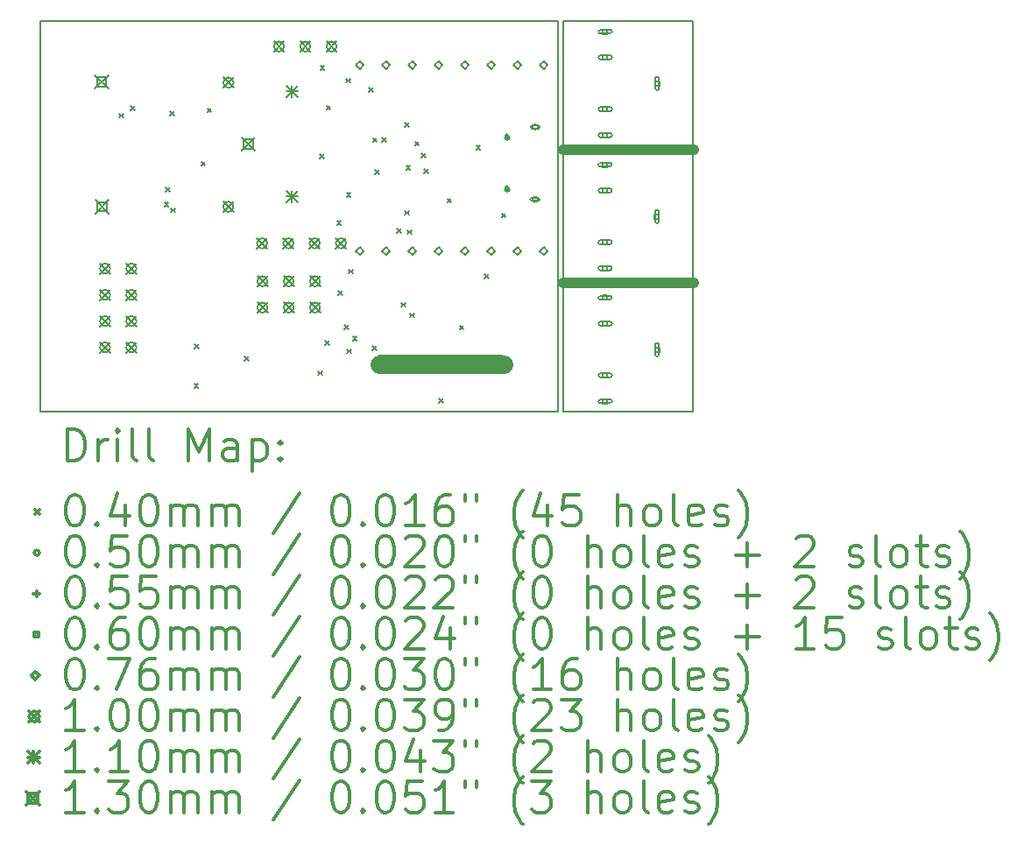
<source format=gbr>
%FSLAX45Y45*%
G04 Gerber Fmt 4.5, Leading zero omitted, Abs format (unit mm)*
G04 Created by KiCad (PCBNEW 4.0.6) date 08/24/17 17:14:58*
%MOMM*%
%LPD*%
G01*
G04 APERTURE LIST*
%ADD10C,0.127000*%
%ADD11C,1.800000*%
%ADD12C,1.000000*%
%ADD13C,0.150000*%
%ADD14C,0.200000*%
%ADD15C,0.300000*%
G04 APERTURE END LIST*
D10*
D11*
X15404000Y-13204000D02*
X16605000Y-13204000D01*
D12*
X18448000Y-12418000D02*
X17187000Y-12418000D01*
X18448000Y-11131000D02*
X17187000Y-11131000D01*
D13*
X17180000Y-11173000D02*
X17180000Y-12374000D01*
X17181000Y-12460000D02*
X17181000Y-13661000D01*
X18440000Y-9887000D02*
X18440000Y-11087000D01*
X17182000Y-9886400D02*
X18439800Y-9886400D01*
X17182000Y-11087200D02*
X18439800Y-11087200D01*
X18439000Y-11173000D02*
X18439000Y-12374000D01*
X17180000Y-11173200D02*
X18438800Y-11173200D01*
X17180000Y-12374200D02*
X18438800Y-12374200D01*
X17182000Y-9886200D02*
X17182000Y-11087200D01*
X17130000Y-9887000D02*
X17130000Y-13661000D01*
X16600000Y-13283000D02*
X15399000Y-13283000D01*
X15399000Y-13123000D02*
X16600000Y-13123000D01*
X16600000Y-13123000D02*
X16600000Y-13283000D01*
X15399000Y-13123000D02*
X15399000Y-13283000D01*
X18439800Y-12460000D02*
X17180800Y-12460000D01*
X18439800Y-13642000D02*
X18439800Y-12460000D01*
X18439800Y-13661000D02*
X18439800Y-13642000D01*
X17180800Y-13661000D02*
X18439800Y-13661000D01*
X12128000Y-13661000D02*
X12128000Y-9886000D01*
X17130000Y-13661000D02*
X12130000Y-13661000D01*
X12129000Y-9886000D02*
X17129000Y-9886000D01*
D14*
X12893000Y-10780000D02*
X12933000Y-10820000D01*
X12933000Y-10780000D02*
X12893000Y-10820000D01*
X13001000Y-10705000D02*
X13041000Y-10745000D01*
X13041000Y-10705000D02*
X13001000Y-10745000D01*
X13329000Y-11639000D02*
X13369000Y-11679000D01*
X13369000Y-11639000D02*
X13329000Y-11679000D01*
X13340000Y-11495000D02*
X13380000Y-11535000D01*
X13380000Y-11495000D02*
X13340000Y-11535000D01*
X13383000Y-10760000D02*
X13423000Y-10800000D01*
X13423000Y-10760000D02*
X13383000Y-10800000D01*
X13390000Y-11694000D02*
X13430000Y-11734000D01*
X13430000Y-11694000D02*
X13390000Y-11734000D01*
X13616000Y-13392000D02*
X13656000Y-13432000D01*
X13656000Y-13392000D02*
X13616000Y-13432000D01*
X13621000Y-13008000D02*
X13661000Y-13048000D01*
X13661000Y-13008000D02*
X13621000Y-13048000D01*
X13684000Y-11244000D02*
X13724000Y-11284000D01*
X13724000Y-11244000D02*
X13684000Y-11284000D01*
X13743000Y-10729000D02*
X13783000Y-10769000D01*
X13783000Y-10729000D02*
X13743000Y-10769000D01*
X14104000Y-13129000D02*
X14144000Y-13169000D01*
X14144000Y-13129000D02*
X14104000Y-13169000D01*
X14813000Y-13269000D02*
X14853000Y-13309000D01*
X14853000Y-13269000D02*
X14813000Y-13309000D01*
X14834000Y-11173000D02*
X14874000Y-11213000D01*
X14874000Y-11173000D02*
X14834000Y-11213000D01*
X14836000Y-10319000D02*
X14876000Y-10359000D01*
X14876000Y-10319000D02*
X14836000Y-10359000D01*
X14881000Y-12975000D02*
X14921000Y-13015000D01*
X14921000Y-12975000D02*
X14881000Y-13015000D01*
X14894000Y-10703000D02*
X14934000Y-10743000D01*
X14934000Y-10703000D02*
X14894000Y-10743000D01*
X14996000Y-11815000D02*
X15036000Y-11855000D01*
X15036000Y-11815000D02*
X14996000Y-11855000D01*
X15012000Y-12494000D02*
X15052000Y-12534000D01*
X15052000Y-12494000D02*
X15012000Y-12534000D01*
X15071000Y-12822000D02*
X15111000Y-12862000D01*
X15111000Y-12822000D02*
X15071000Y-12862000D01*
X15087000Y-10440000D02*
X15127000Y-10480000D01*
X15127000Y-10440000D02*
X15087000Y-10480000D01*
X15090000Y-11546000D02*
X15130000Y-11586000D01*
X15130000Y-11546000D02*
X15090000Y-11586000D01*
X15095000Y-13056000D02*
X15135000Y-13096000D01*
X15135000Y-13056000D02*
X15095000Y-13096000D01*
X15111000Y-12287000D02*
X15151000Y-12327000D01*
X15151000Y-12287000D02*
X15111000Y-12327000D01*
X15149000Y-12933000D02*
X15189000Y-12973000D01*
X15189000Y-12933000D02*
X15149000Y-12973000D01*
X15304000Y-10528000D02*
X15344000Y-10568000D01*
X15344000Y-10528000D02*
X15304000Y-10568000D01*
X15342000Y-13024000D02*
X15382000Y-13064000D01*
X15382000Y-13024000D02*
X15342000Y-13064000D01*
X15344000Y-11015000D02*
X15384000Y-11055000D01*
X15384000Y-11015000D02*
X15344000Y-11055000D01*
X15362000Y-11328000D02*
X15402000Y-11368000D01*
X15402000Y-11328000D02*
X15362000Y-11368000D01*
X15430000Y-11011000D02*
X15470000Y-11051000D01*
X15470000Y-11011000D02*
X15430000Y-11051000D01*
X15578000Y-11895000D02*
X15618000Y-11935000D01*
X15618000Y-11895000D02*
X15578000Y-11935000D01*
X15619000Y-12608000D02*
X15659000Y-12648000D01*
X15659000Y-12608000D02*
X15619000Y-12648000D01*
X15650000Y-10866000D02*
X15690000Y-10906000D01*
X15690000Y-10866000D02*
X15650000Y-10906000D01*
X15652000Y-11720000D02*
X15692000Y-11760000D01*
X15692000Y-11720000D02*
X15652000Y-11760000D01*
X15664000Y-11284000D02*
X15704000Y-11324000D01*
X15704000Y-11284000D02*
X15664000Y-11324000D01*
X15678000Y-11904000D02*
X15718000Y-11944000D01*
X15718000Y-11904000D02*
X15678000Y-11944000D01*
X15705000Y-12709000D02*
X15745000Y-12749000D01*
X15745000Y-12709000D02*
X15705000Y-12749000D01*
X15750000Y-11050000D02*
X15790000Y-11090000D01*
X15790000Y-11050000D02*
X15750000Y-11090000D01*
X15815000Y-11167000D02*
X15855000Y-11207000D01*
X15855000Y-11167000D02*
X15815000Y-11207000D01*
X15839000Y-11316000D02*
X15879000Y-11356000D01*
X15879000Y-11316000D02*
X15839000Y-11356000D01*
X15980000Y-13537000D02*
X16020000Y-13577000D01*
X16020000Y-13537000D02*
X15980000Y-13577000D01*
X16064000Y-11601000D02*
X16104000Y-11641000D01*
X16104000Y-11601000D02*
X16064000Y-11641000D01*
X16182000Y-12828000D02*
X16222000Y-12868000D01*
X16222000Y-12828000D02*
X16182000Y-12868000D01*
X16342000Y-11091000D02*
X16382000Y-11131000D01*
X16382000Y-11091000D02*
X16342000Y-11131000D01*
X16422000Y-12332000D02*
X16462000Y-12372000D01*
X16462000Y-12332000D02*
X16422000Y-12372000D01*
X16587000Y-11745000D02*
X16627000Y-11785000D01*
X16627000Y-11745000D02*
X16587000Y-11785000D01*
X16936000Y-10909000D02*
G75*
G03X16936000Y-10909000I-25000J0D01*
G01*
X16943500Y-10894000D02*
X16878500Y-10894000D01*
X16943500Y-10924000D02*
X16878500Y-10924000D01*
X16878500Y-10894000D02*
G75*
G03X16878500Y-10924000I0J-15000D01*
G01*
X16943500Y-10924000D02*
G75*
G03X16943500Y-10894000I0J15000D01*
G01*
X16936000Y-11609000D02*
G75*
G03X16936000Y-11609000I-25000J0D01*
G01*
X16943500Y-11594000D02*
X16878500Y-11594000D01*
X16943500Y-11624000D02*
X16878500Y-11624000D01*
X16878500Y-11594000D02*
G75*
G03X16878500Y-11624000I0J-15000D01*
G01*
X16943500Y-11624000D02*
G75*
G03X16943500Y-11594000I0J15000D01*
G01*
X16641000Y-10981500D02*
X16641000Y-11036500D01*
X16613500Y-11009000D02*
X16668500Y-11009000D01*
X16658500Y-11024000D02*
X16658500Y-10994000D01*
X16623500Y-11024000D02*
X16623500Y-10994000D01*
X16658500Y-10994000D02*
G75*
G03X16623500Y-10994000I-17500J0D01*
G01*
X16623500Y-11024000D02*
G75*
G03X16658500Y-11024000I17500J0D01*
G01*
X16641000Y-11481500D02*
X16641000Y-11536500D01*
X16613500Y-11509000D02*
X16668500Y-11509000D01*
X16658500Y-11524000D02*
X16658500Y-11494000D01*
X16623500Y-11524000D02*
X16623500Y-11494000D01*
X16658500Y-11494000D02*
G75*
G03X16623500Y-11494000I-17500J0D01*
G01*
X16623500Y-11524000D02*
G75*
G03X16658500Y-11524000I17500J0D01*
G01*
X17610213Y-11295213D02*
X17610213Y-11252787D01*
X17567787Y-11252787D01*
X17567787Y-11295213D01*
X17610213Y-11295213D01*
X17634000Y-11254000D02*
X17544000Y-11254000D01*
X17634000Y-11294000D02*
X17544000Y-11294000D01*
X17544000Y-11254000D02*
G75*
G03X17544000Y-11294000I0J-20000D01*
G01*
X17634000Y-11294000D02*
G75*
G03X17634000Y-11254000I0J20000D01*
G01*
X17610213Y-11545213D02*
X17610213Y-11502787D01*
X17567787Y-11502787D01*
X17567787Y-11545213D01*
X17610213Y-11545213D01*
X17634000Y-11504000D02*
X17544000Y-11504000D01*
X17634000Y-11544000D02*
X17544000Y-11544000D01*
X17544000Y-11504000D02*
G75*
G03X17544000Y-11544000I0J-20000D01*
G01*
X17634000Y-11544000D02*
G75*
G03X17634000Y-11504000I0J20000D01*
G01*
X17610213Y-12045213D02*
X17610213Y-12002787D01*
X17567787Y-12002787D01*
X17567787Y-12045213D01*
X17610213Y-12045213D01*
X17634000Y-12004000D02*
X17544000Y-12004000D01*
X17634000Y-12044000D02*
X17544000Y-12044000D01*
X17544000Y-12004000D02*
G75*
G03X17544000Y-12044000I0J-20000D01*
G01*
X17634000Y-12044000D02*
G75*
G03X17634000Y-12004000I0J20000D01*
G01*
X17610213Y-12295213D02*
X17610213Y-12252787D01*
X17567787Y-12252787D01*
X17567787Y-12295213D01*
X17610213Y-12295213D01*
X17634000Y-12254000D02*
X17544000Y-12254000D01*
X17634000Y-12294000D02*
X17544000Y-12294000D01*
X17544000Y-12254000D02*
G75*
G03X17544000Y-12294000I0J-20000D01*
G01*
X17634000Y-12294000D02*
G75*
G03X17634000Y-12254000I0J20000D01*
G01*
X17611213Y-10008213D02*
X17611213Y-9965787D01*
X17568787Y-9965787D01*
X17568787Y-10008213D01*
X17611213Y-10008213D01*
X17635000Y-9967000D02*
X17545000Y-9967000D01*
X17635000Y-10007000D02*
X17545000Y-10007000D01*
X17545000Y-9967000D02*
G75*
G03X17545000Y-10007000I0J-20000D01*
G01*
X17635000Y-10007000D02*
G75*
G03X17635000Y-9967000I0J20000D01*
G01*
X17611213Y-10258213D02*
X17611213Y-10215787D01*
X17568787Y-10215787D01*
X17568787Y-10258213D01*
X17611213Y-10258213D01*
X17635000Y-10217000D02*
X17545000Y-10217000D01*
X17635000Y-10257000D02*
X17545000Y-10257000D01*
X17545000Y-10217000D02*
G75*
G03X17545000Y-10257000I0J-20000D01*
G01*
X17635000Y-10257000D02*
G75*
G03X17635000Y-10217000I0J20000D01*
G01*
X17611213Y-10758213D02*
X17611213Y-10715787D01*
X17568787Y-10715787D01*
X17568787Y-10758213D01*
X17611213Y-10758213D01*
X17635000Y-10717000D02*
X17545000Y-10717000D01*
X17635000Y-10757000D02*
X17545000Y-10757000D01*
X17545000Y-10717000D02*
G75*
G03X17545000Y-10757000I0J-20000D01*
G01*
X17635000Y-10757000D02*
G75*
G03X17635000Y-10717000I0J20000D01*
G01*
X17611213Y-11008213D02*
X17611213Y-10965787D01*
X17568787Y-10965787D01*
X17568787Y-11008213D01*
X17611213Y-11008213D01*
X17635000Y-10967000D02*
X17545000Y-10967000D01*
X17635000Y-11007000D02*
X17545000Y-11007000D01*
X17545000Y-10967000D02*
G75*
G03X17545000Y-11007000I0J-20000D01*
G01*
X17635000Y-11007000D02*
G75*
G03X17635000Y-10967000I0J20000D01*
G01*
X17611213Y-12581213D02*
X17611213Y-12538787D01*
X17568787Y-12538787D01*
X17568787Y-12581213D01*
X17611213Y-12581213D01*
X17635000Y-12540000D02*
X17545000Y-12540000D01*
X17635000Y-12580000D02*
X17545000Y-12580000D01*
X17545000Y-12540000D02*
G75*
G03X17545000Y-12580000I0J-20000D01*
G01*
X17635000Y-12580000D02*
G75*
G03X17635000Y-12540000I0J20000D01*
G01*
X17611213Y-12831213D02*
X17611213Y-12788787D01*
X17568787Y-12788787D01*
X17568787Y-12831213D01*
X17611213Y-12831213D01*
X17635000Y-12790000D02*
X17545000Y-12790000D01*
X17635000Y-12830000D02*
X17545000Y-12830000D01*
X17545000Y-12790000D02*
G75*
G03X17545000Y-12830000I0J-20000D01*
G01*
X17635000Y-12830000D02*
G75*
G03X17635000Y-12790000I0J20000D01*
G01*
X17611213Y-13331213D02*
X17611213Y-13288787D01*
X17568787Y-13288787D01*
X17568787Y-13331213D01*
X17611213Y-13331213D01*
X17635000Y-13290000D02*
X17545000Y-13290000D01*
X17635000Y-13330000D02*
X17545000Y-13330000D01*
X17545000Y-13290000D02*
G75*
G03X17545000Y-13330000I0J-20000D01*
G01*
X17635000Y-13330000D02*
G75*
G03X17635000Y-13290000I0J20000D01*
G01*
X17611213Y-13581213D02*
X17611213Y-13538787D01*
X17568787Y-13538787D01*
X17568787Y-13581213D01*
X17611213Y-13581213D01*
X17635000Y-13540000D02*
X17545000Y-13540000D01*
X17635000Y-13580000D02*
X17545000Y-13580000D01*
X17545000Y-13540000D02*
G75*
G03X17545000Y-13580000I0J-20000D01*
G01*
X17635000Y-13580000D02*
G75*
G03X17635000Y-13540000I0J20000D01*
G01*
X18110213Y-11795213D02*
X18110213Y-11752787D01*
X18067787Y-11752787D01*
X18067787Y-11795213D01*
X18110213Y-11795213D01*
X18069000Y-11729000D02*
X18069000Y-11819000D01*
X18109000Y-11729000D02*
X18109000Y-11819000D01*
X18069000Y-11819000D02*
G75*
G03X18109000Y-11819000I20000J0D01*
G01*
X18109000Y-11729000D02*
G75*
G03X18069000Y-11729000I-20000J0D01*
G01*
X18111213Y-10508213D02*
X18111213Y-10465787D01*
X18068787Y-10465787D01*
X18068787Y-10508213D01*
X18111213Y-10508213D01*
X18070000Y-10442000D02*
X18070000Y-10532000D01*
X18110000Y-10442000D02*
X18110000Y-10532000D01*
X18070000Y-10532000D02*
G75*
G03X18110000Y-10532000I20000J0D01*
G01*
X18110000Y-10442000D02*
G75*
G03X18070000Y-10442000I-20000J0D01*
G01*
X18111213Y-13081213D02*
X18111213Y-13038787D01*
X18068787Y-13038787D01*
X18068787Y-13081213D01*
X18111213Y-13081213D01*
X18070000Y-13015000D02*
X18070000Y-13105000D01*
X18110000Y-13015000D02*
X18110000Y-13105000D01*
X18070000Y-13105000D02*
G75*
G03X18110000Y-13105000I20000J0D01*
G01*
X18110000Y-13015000D02*
G75*
G03X18070000Y-13015000I-20000J0D01*
G01*
X15218000Y-10346100D02*
X15256100Y-10308000D01*
X15218000Y-10269900D01*
X15179900Y-10308000D01*
X15218000Y-10346100D01*
X15218000Y-12146100D02*
X15256100Y-12108000D01*
X15218000Y-12069900D01*
X15179900Y-12108000D01*
X15218000Y-12146100D01*
X15472000Y-10346100D02*
X15510100Y-10308000D01*
X15472000Y-10269900D01*
X15433900Y-10308000D01*
X15472000Y-10346100D01*
X15472000Y-12146100D02*
X15510100Y-12108000D01*
X15472000Y-12069900D01*
X15433900Y-12108000D01*
X15472000Y-12146100D01*
X15726000Y-10346100D02*
X15764100Y-10308000D01*
X15726000Y-10269900D01*
X15687900Y-10308000D01*
X15726000Y-10346100D01*
X15726000Y-12146100D02*
X15764100Y-12108000D01*
X15726000Y-12069900D01*
X15687900Y-12108000D01*
X15726000Y-12146100D01*
X15980000Y-10346100D02*
X16018100Y-10308000D01*
X15980000Y-10269900D01*
X15941900Y-10308000D01*
X15980000Y-10346100D01*
X15980000Y-12146100D02*
X16018100Y-12108000D01*
X15980000Y-12069900D01*
X15941900Y-12108000D01*
X15980000Y-12146100D01*
X16234000Y-10346100D02*
X16272100Y-10308000D01*
X16234000Y-10269900D01*
X16195900Y-10308000D01*
X16234000Y-10346100D01*
X16234000Y-12146100D02*
X16272100Y-12108000D01*
X16234000Y-12069900D01*
X16195900Y-12108000D01*
X16234000Y-12146100D01*
X16488000Y-10346100D02*
X16526100Y-10308000D01*
X16488000Y-10269900D01*
X16449900Y-10308000D01*
X16488000Y-10346100D01*
X16488000Y-12146100D02*
X16526100Y-12108000D01*
X16488000Y-12069900D01*
X16449900Y-12108000D01*
X16488000Y-12146100D01*
X16742000Y-10346100D02*
X16780100Y-10308000D01*
X16742000Y-10269900D01*
X16703900Y-10308000D01*
X16742000Y-10346100D01*
X16742000Y-12146100D02*
X16780100Y-12108000D01*
X16742000Y-12069900D01*
X16703900Y-12108000D01*
X16742000Y-12146100D01*
X16996000Y-10346100D02*
X17034100Y-10308000D01*
X16996000Y-10269900D01*
X16957900Y-10308000D01*
X16996000Y-10346100D01*
X16996000Y-12146100D02*
X17034100Y-12108000D01*
X16996000Y-12069900D01*
X16957900Y-12108000D01*
X16996000Y-12146100D01*
X12705000Y-12228000D02*
X12805000Y-12328000D01*
X12805000Y-12228000D02*
X12705000Y-12328000D01*
X12805000Y-12278000D02*
G75*
G03X12805000Y-12278000I-50000J0D01*
G01*
X12705000Y-12482000D02*
X12805000Y-12582000D01*
X12805000Y-12482000D02*
X12705000Y-12582000D01*
X12805000Y-12532000D02*
G75*
G03X12805000Y-12532000I-50000J0D01*
G01*
X12705000Y-12736000D02*
X12805000Y-12836000D01*
X12805000Y-12736000D02*
X12705000Y-12836000D01*
X12805000Y-12786000D02*
G75*
G03X12805000Y-12786000I-50000J0D01*
G01*
X12705000Y-12990000D02*
X12805000Y-13090000D01*
X12805000Y-12990000D02*
X12705000Y-13090000D01*
X12805000Y-13040000D02*
G75*
G03X12805000Y-13040000I-50000J0D01*
G01*
X12959000Y-12228000D02*
X13059000Y-12328000D01*
X13059000Y-12228000D02*
X12959000Y-12328000D01*
X13059000Y-12278000D02*
G75*
G03X13059000Y-12278000I-50000J0D01*
G01*
X12959000Y-12482000D02*
X13059000Y-12582000D01*
X13059000Y-12482000D02*
X12959000Y-12582000D01*
X13059000Y-12532000D02*
G75*
G03X13059000Y-12532000I-50000J0D01*
G01*
X12959000Y-12736000D02*
X13059000Y-12836000D01*
X13059000Y-12736000D02*
X12959000Y-12836000D01*
X13059000Y-12786000D02*
G75*
G03X13059000Y-12786000I-50000J0D01*
G01*
X12959000Y-12990000D02*
X13059000Y-13090000D01*
X13059000Y-12990000D02*
X12959000Y-13090000D01*
X13059000Y-13040000D02*
G75*
G03X13059000Y-13040000I-50000J0D01*
G01*
X13897000Y-10430000D02*
X13997000Y-10530000D01*
X13997000Y-10430000D02*
X13897000Y-10530000D01*
X13997000Y-10480000D02*
G75*
G03X13997000Y-10480000I-50000J0D01*
G01*
X13897000Y-11630000D02*
X13997000Y-11730000D01*
X13997000Y-11630000D02*
X13897000Y-11730000D01*
X13997000Y-11680000D02*
G75*
G03X13997000Y-11680000I-50000J0D01*
G01*
X14223000Y-11984000D02*
X14323000Y-12084000D01*
X14323000Y-11984000D02*
X14223000Y-12084000D01*
X14323000Y-12034000D02*
G75*
G03X14323000Y-12034000I-50000J0D01*
G01*
X14227000Y-12351000D02*
X14327000Y-12451000D01*
X14327000Y-12351000D02*
X14227000Y-12451000D01*
X14327000Y-12401000D02*
G75*
G03X14327000Y-12401000I-50000J0D01*
G01*
X14227000Y-12605000D02*
X14327000Y-12705000D01*
X14327000Y-12605000D02*
X14227000Y-12705000D01*
X14327000Y-12655000D02*
G75*
G03X14327000Y-12655000I-50000J0D01*
G01*
X14386000Y-10082000D02*
X14486000Y-10182000D01*
X14486000Y-10082000D02*
X14386000Y-10182000D01*
X14486000Y-10132000D02*
G75*
G03X14486000Y-10132000I-50000J0D01*
G01*
X14477000Y-11984000D02*
X14577000Y-12084000D01*
X14577000Y-11984000D02*
X14477000Y-12084000D01*
X14577000Y-12034000D02*
G75*
G03X14577000Y-12034000I-50000J0D01*
G01*
X14481000Y-12351000D02*
X14581000Y-12451000D01*
X14581000Y-12351000D02*
X14481000Y-12451000D01*
X14581000Y-12401000D02*
G75*
G03X14581000Y-12401000I-50000J0D01*
G01*
X14481000Y-12605000D02*
X14581000Y-12705000D01*
X14581000Y-12605000D02*
X14481000Y-12705000D01*
X14581000Y-12655000D02*
G75*
G03X14581000Y-12655000I-50000J0D01*
G01*
X14640000Y-10082000D02*
X14740000Y-10182000D01*
X14740000Y-10082000D02*
X14640000Y-10182000D01*
X14740000Y-10132000D02*
G75*
G03X14740000Y-10132000I-50000J0D01*
G01*
X14731000Y-11984000D02*
X14831000Y-12084000D01*
X14831000Y-11984000D02*
X14731000Y-12084000D01*
X14831000Y-12034000D02*
G75*
G03X14831000Y-12034000I-50000J0D01*
G01*
X14735000Y-12351000D02*
X14835000Y-12451000D01*
X14835000Y-12351000D02*
X14735000Y-12451000D01*
X14835000Y-12401000D02*
G75*
G03X14835000Y-12401000I-50000J0D01*
G01*
X14735000Y-12605000D02*
X14835000Y-12705000D01*
X14835000Y-12605000D02*
X14735000Y-12705000D01*
X14835000Y-12655000D02*
G75*
G03X14835000Y-12655000I-50000J0D01*
G01*
X14894000Y-10082000D02*
X14994000Y-10182000D01*
X14994000Y-10082000D02*
X14894000Y-10182000D01*
X14994000Y-10132000D02*
G75*
G03X14994000Y-10132000I-50000J0D01*
G01*
X14985000Y-11984000D02*
X15085000Y-12084000D01*
X15085000Y-11984000D02*
X14985000Y-12084000D01*
X15085000Y-12034000D02*
G75*
G03X15085000Y-12034000I-50000J0D01*
G01*
X14507000Y-10510000D02*
X14617000Y-10620000D01*
X14617000Y-10510000D02*
X14507000Y-10620000D01*
X14562000Y-10510000D02*
X14562000Y-10620000D01*
X14507000Y-10565000D02*
X14617000Y-10565000D01*
X14507000Y-11526000D02*
X14617000Y-11636000D01*
X14617000Y-11526000D02*
X14507000Y-11636000D01*
X14562000Y-11526000D02*
X14562000Y-11636000D01*
X14507000Y-11581000D02*
X14617000Y-11581000D01*
X12657000Y-10410000D02*
X12787000Y-10540000D01*
X12787000Y-10410000D02*
X12657000Y-10540000D01*
X12767962Y-10520962D02*
X12767962Y-10429038D01*
X12676038Y-10429038D01*
X12676038Y-10520962D01*
X12767962Y-10520962D01*
X12662000Y-11615000D02*
X12792000Y-11745000D01*
X12792000Y-11615000D02*
X12662000Y-11745000D01*
X12772962Y-11725962D02*
X12772962Y-11634038D01*
X12681038Y-11634038D01*
X12681038Y-11725962D01*
X12772962Y-11725962D01*
X14077000Y-11010000D02*
X14207000Y-11140000D01*
X14207000Y-11010000D02*
X14077000Y-11140000D01*
X14187962Y-11120962D02*
X14187962Y-11029038D01*
X14096038Y-11029038D01*
X14096038Y-11120962D01*
X14187962Y-11120962D01*
D15*
X12391928Y-14134214D02*
X12391928Y-13834214D01*
X12463357Y-13834214D01*
X12506214Y-13848500D01*
X12534786Y-13877071D01*
X12549071Y-13905643D01*
X12563357Y-13962786D01*
X12563357Y-14005643D01*
X12549071Y-14062786D01*
X12534786Y-14091357D01*
X12506214Y-14119929D01*
X12463357Y-14134214D01*
X12391928Y-14134214D01*
X12691928Y-14134214D02*
X12691928Y-13934214D01*
X12691928Y-13991357D02*
X12706214Y-13962786D01*
X12720500Y-13948500D01*
X12749071Y-13934214D01*
X12777643Y-13934214D01*
X12877643Y-14134214D02*
X12877643Y-13934214D01*
X12877643Y-13834214D02*
X12863357Y-13848500D01*
X12877643Y-13862786D01*
X12891928Y-13848500D01*
X12877643Y-13834214D01*
X12877643Y-13862786D01*
X13063357Y-14134214D02*
X13034786Y-14119929D01*
X13020500Y-14091357D01*
X13020500Y-13834214D01*
X13220500Y-14134214D02*
X13191928Y-14119929D01*
X13177643Y-14091357D01*
X13177643Y-13834214D01*
X13563357Y-14134214D02*
X13563357Y-13834214D01*
X13663357Y-14048500D01*
X13763357Y-13834214D01*
X13763357Y-14134214D01*
X14034786Y-14134214D02*
X14034786Y-13977071D01*
X14020500Y-13948500D01*
X13991928Y-13934214D01*
X13934786Y-13934214D01*
X13906214Y-13948500D01*
X14034786Y-14119929D02*
X14006214Y-14134214D01*
X13934786Y-14134214D01*
X13906214Y-14119929D01*
X13891928Y-14091357D01*
X13891928Y-14062786D01*
X13906214Y-14034214D01*
X13934786Y-14019929D01*
X14006214Y-14019929D01*
X14034786Y-14005643D01*
X14177643Y-13934214D02*
X14177643Y-14234214D01*
X14177643Y-13948500D02*
X14206214Y-13934214D01*
X14263357Y-13934214D01*
X14291928Y-13948500D01*
X14306214Y-13962786D01*
X14320500Y-13991357D01*
X14320500Y-14077071D01*
X14306214Y-14105643D01*
X14291928Y-14119929D01*
X14263357Y-14134214D01*
X14206214Y-14134214D01*
X14177643Y-14119929D01*
X14449071Y-14105643D02*
X14463357Y-14119929D01*
X14449071Y-14134214D01*
X14434786Y-14119929D01*
X14449071Y-14105643D01*
X14449071Y-14134214D01*
X14449071Y-13948500D02*
X14463357Y-13962786D01*
X14449071Y-13977071D01*
X14434786Y-13962786D01*
X14449071Y-13948500D01*
X14449071Y-13977071D01*
X12080500Y-14608500D02*
X12120500Y-14648500D01*
X12120500Y-14608500D02*
X12080500Y-14648500D01*
X12449071Y-14464214D02*
X12477643Y-14464214D01*
X12506214Y-14478500D01*
X12520500Y-14492786D01*
X12534786Y-14521357D01*
X12549071Y-14578500D01*
X12549071Y-14649929D01*
X12534786Y-14707071D01*
X12520500Y-14735643D01*
X12506214Y-14749929D01*
X12477643Y-14764214D01*
X12449071Y-14764214D01*
X12420500Y-14749929D01*
X12406214Y-14735643D01*
X12391928Y-14707071D01*
X12377643Y-14649929D01*
X12377643Y-14578500D01*
X12391928Y-14521357D01*
X12406214Y-14492786D01*
X12420500Y-14478500D01*
X12449071Y-14464214D01*
X12677643Y-14735643D02*
X12691928Y-14749929D01*
X12677643Y-14764214D01*
X12663357Y-14749929D01*
X12677643Y-14735643D01*
X12677643Y-14764214D01*
X12949071Y-14564214D02*
X12949071Y-14764214D01*
X12877643Y-14449929D02*
X12806214Y-14664214D01*
X12991928Y-14664214D01*
X13163357Y-14464214D02*
X13191928Y-14464214D01*
X13220500Y-14478500D01*
X13234786Y-14492786D01*
X13249071Y-14521357D01*
X13263357Y-14578500D01*
X13263357Y-14649929D01*
X13249071Y-14707071D01*
X13234786Y-14735643D01*
X13220500Y-14749929D01*
X13191928Y-14764214D01*
X13163357Y-14764214D01*
X13134786Y-14749929D01*
X13120500Y-14735643D01*
X13106214Y-14707071D01*
X13091928Y-14649929D01*
X13091928Y-14578500D01*
X13106214Y-14521357D01*
X13120500Y-14492786D01*
X13134786Y-14478500D01*
X13163357Y-14464214D01*
X13391928Y-14764214D02*
X13391928Y-14564214D01*
X13391928Y-14592786D02*
X13406214Y-14578500D01*
X13434786Y-14564214D01*
X13477643Y-14564214D01*
X13506214Y-14578500D01*
X13520500Y-14607071D01*
X13520500Y-14764214D01*
X13520500Y-14607071D02*
X13534786Y-14578500D01*
X13563357Y-14564214D01*
X13606214Y-14564214D01*
X13634786Y-14578500D01*
X13649071Y-14607071D01*
X13649071Y-14764214D01*
X13791928Y-14764214D02*
X13791928Y-14564214D01*
X13791928Y-14592786D02*
X13806214Y-14578500D01*
X13834786Y-14564214D01*
X13877643Y-14564214D01*
X13906214Y-14578500D01*
X13920500Y-14607071D01*
X13920500Y-14764214D01*
X13920500Y-14607071D02*
X13934786Y-14578500D01*
X13963357Y-14564214D01*
X14006214Y-14564214D01*
X14034786Y-14578500D01*
X14049071Y-14607071D01*
X14049071Y-14764214D01*
X14634786Y-14449929D02*
X14377643Y-14835643D01*
X15020500Y-14464214D02*
X15049071Y-14464214D01*
X15077643Y-14478500D01*
X15091928Y-14492786D01*
X15106214Y-14521357D01*
X15120500Y-14578500D01*
X15120500Y-14649929D01*
X15106214Y-14707071D01*
X15091928Y-14735643D01*
X15077643Y-14749929D01*
X15049071Y-14764214D01*
X15020500Y-14764214D01*
X14991928Y-14749929D01*
X14977643Y-14735643D01*
X14963357Y-14707071D01*
X14949071Y-14649929D01*
X14949071Y-14578500D01*
X14963357Y-14521357D01*
X14977643Y-14492786D01*
X14991928Y-14478500D01*
X15020500Y-14464214D01*
X15249071Y-14735643D02*
X15263357Y-14749929D01*
X15249071Y-14764214D01*
X15234786Y-14749929D01*
X15249071Y-14735643D01*
X15249071Y-14764214D01*
X15449071Y-14464214D02*
X15477643Y-14464214D01*
X15506214Y-14478500D01*
X15520500Y-14492786D01*
X15534785Y-14521357D01*
X15549071Y-14578500D01*
X15549071Y-14649929D01*
X15534785Y-14707071D01*
X15520500Y-14735643D01*
X15506214Y-14749929D01*
X15477643Y-14764214D01*
X15449071Y-14764214D01*
X15420500Y-14749929D01*
X15406214Y-14735643D01*
X15391928Y-14707071D01*
X15377643Y-14649929D01*
X15377643Y-14578500D01*
X15391928Y-14521357D01*
X15406214Y-14492786D01*
X15420500Y-14478500D01*
X15449071Y-14464214D01*
X15834785Y-14764214D02*
X15663357Y-14764214D01*
X15749071Y-14764214D02*
X15749071Y-14464214D01*
X15720500Y-14507071D01*
X15691928Y-14535643D01*
X15663357Y-14549929D01*
X16091928Y-14464214D02*
X16034785Y-14464214D01*
X16006214Y-14478500D01*
X15991928Y-14492786D01*
X15963357Y-14535643D01*
X15949071Y-14592786D01*
X15949071Y-14707071D01*
X15963357Y-14735643D01*
X15977643Y-14749929D01*
X16006214Y-14764214D01*
X16063357Y-14764214D01*
X16091928Y-14749929D01*
X16106214Y-14735643D01*
X16120500Y-14707071D01*
X16120500Y-14635643D01*
X16106214Y-14607071D01*
X16091928Y-14592786D01*
X16063357Y-14578500D01*
X16006214Y-14578500D01*
X15977643Y-14592786D01*
X15963357Y-14607071D01*
X15949071Y-14635643D01*
X16234786Y-14464214D02*
X16234786Y-14521357D01*
X16349071Y-14464214D02*
X16349071Y-14521357D01*
X16791928Y-14878500D02*
X16777643Y-14864214D01*
X16749071Y-14821357D01*
X16734785Y-14792786D01*
X16720500Y-14749929D01*
X16706214Y-14678500D01*
X16706214Y-14621357D01*
X16720500Y-14549929D01*
X16734785Y-14507071D01*
X16749071Y-14478500D01*
X16777643Y-14435643D01*
X16791928Y-14421357D01*
X17034786Y-14564214D02*
X17034786Y-14764214D01*
X16963357Y-14449929D02*
X16891928Y-14664214D01*
X17077643Y-14664214D01*
X17334786Y-14464214D02*
X17191928Y-14464214D01*
X17177643Y-14607071D01*
X17191928Y-14592786D01*
X17220500Y-14578500D01*
X17291928Y-14578500D01*
X17320500Y-14592786D01*
X17334786Y-14607071D01*
X17349071Y-14635643D01*
X17349071Y-14707071D01*
X17334786Y-14735643D01*
X17320500Y-14749929D01*
X17291928Y-14764214D01*
X17220500Y-14764214D01*
X17191928Y-14749929D01*
X17177643Y-14735643D01*
X17706214Y-14764214D02*
X17706214Y-14464214D01*
X17834786Y-14764214D02*
X17834786Y-14607071D01*
X17820500Y-14578500D01*
X17791928Y-14564214D01*
X17749071Y-14564214D01*
X17720500Y-14578500D01*
X17706214Y-14592786D01*
X18020500Y-14764214D02*
X17991928Y-14749929D01*
X17977643Y-14735643D01*
X17963357Y-14707071D01*
X17963357Y-14621357D01*
X17977643Y-14592786D01*
X17991928Y-14578500D01*
X18020500Y-14564214D01*
X18063357Y-14564214D01*
X18091928Y-14578500D01*
X18106214Y-14592786D01*
X18120500Y-14621357D01*
X18120500Y-14707071D01*
X18106214Y-14735643D01*
X18091928Y-14749929D01*
X18063357Y-14764214D01*
X18020500Y-14764214D01*
X18291928Y-14764214D02*
X18263357Y-14749929D01*
X18249071Y-14721357D01*
X18249071Y-14464214D01*
X18520500Y-14749929D02*
X18491929Y-14764214D01*
X18434786Y-14764214D01*
X18406214Y-14749929D01*
X18391929Y-14721357D01*
X18391929Y-14607071D01*
X18406214Y-14578500D01*
X18434786Y-14564214D01*
X18491929Y-14564214D01*
X18520500Y-14578500D01*
X18534786Y-14607071D01*
X18534786Y-14635643D01*
X18391929Y-14664214D01*
X18649071Y-14749929D02*
X18677643Y-14764214D01*
X18734786Y-14764214D01*
X18763357Y-14749929D01*
X18777643Y-14721357D01*
X18777643Y-14707071D01*
X18763357Y-14678500D01*
X18734786Y-14664214D01*
X18691929Y-14664214D01*
X18663357Y-14649929D01*
X18649071Y-14621357D01*
X18649071Y-14607071D01*
X18663357Y-14578500D01*
X18691929Y-14564214D01*
X18734786Y-14564214D01*
X18763357Y-14578500D01*
X18877643Y-14878500D02*
X18891929Y-14864214D01*
X18920500Y-14821357D01*
X18934786Y-14792786D01*
X18949071Y-14749929D01*
X18963357Y-14678500D01*
X18963357Y-14621357D01*
X18949071Y-14549929D01*
X18934786Y-14507071D01*
X18920500Y-14478500D01*
X18891929Y-14435643D01*
X18877643Y-14421357D01*
X12120500Y-15024500D02*
G75*
G03X12120500Y-15024500I-25000J0D01*
G01*
X12449071Y-14860214D02*
X12477643Y-14860214D01*
X12506214Y-14874500D01*
X12520500Y-14888786D01*
X12534786Y-14917357D01*
X12549071Y-14974500D01*
X12549071Y-15045929D01*
X12534786Y-15103071D01*
X12520500Y-15131643D01*
X12506214Y-15145929D01*
X12477643Y-15160214D01*
X12449071Y-15160214D01*
X12420500Y-15145929D01*
X12406214Y-15131643D01*
X12391928Y-15103071D01*
X12377643Y-15045929D01*
X12377643Y-14974500D01*
X12391928Y-14917357D01*
X12406214Y-14888786D01*
X12420500Y-14874500D01*
X12449071Y-14860214D01*
X12677643Y-15131643D02*
X12691928Y-15145929D01*
X12677643Y-15160214D01*
X12663357Y-15145929D01*
X12677643Y-15131643D01*
X12677643Y-15160214D01*
X12963357Y-14860214D02*
X12820500Y-14860214D01*
X12806214Y-15003071D01*
X12820500Y-14988786D01*
X12849071Y-14974500D01*
X12920500Y-14974500D01*
X12949071Y-14988786D01*
X12963357Y-15003071D01*
X12977643Y-15031643D01*
X12977643Y-15103071D01*
X12963357Y-15131643D01*
X12949071Y-15145929D01*
X12920500Y-15160214D01*
X12849071Y-15160214D01*
X12820500Y-15145929D01*
X12806214Y-15131643D01*
X13163357Y-14860214D02*
X13191928Y-14860214D01*
X13220500Y-14874500D01*
X13234786Y-14888786D01*
X13249071Y-14917357D01*
X13263357Y-14974500D01*
X13263357Y-15045929D01*
X13249071Y-15103071D01*
X13234786Y-15131643D01*
X13220500Y-15145929D01*
X13191928Y-15160214D01*
X13163357Y-15160214D01*
X13134786Y-15145929D01*
X13120500Y-15131643D01*
X13106214Y-15103071D01*
X13091928Y-15045929D01*
X13091928Y-14974500D01*
X13106214Y-14917357D01*
X13120500Y-14888786D01*
X13134786Y-14874500D01*
X13163357Y-14860214D01*
X13391928Y-15160214D02*
X13391928Y-14960214D01*
X13391928Y-14988786D02*
X13406214Y-14974500D01*
X13434786Y-14960214D01*
X13477643Y-14960214D01*
X13506214Y-14974500D01*
X13520500Y-15003071D01*
X13520500Y-15160214D01*
X13520500Y-15003071D02*
X13534786Y-14974500D01*
X13563357Y-14960214D01*
X13606214Y-14960214D01*
X13634786Y-14974500D01*
X13649071Y-15003071D01*
X13649071Y-15160214D01*
X13791928Y-15160214D02*
X13791928Y-14960214D01*
X13791928Y-14988786D02*
X13806214Y-14974500D01*
X13834786Y-14960214D01*
X13877643Y-14960214D01*
X13906214Y-14974500D01*
X13920500Y-15003071D01*
X13920500Y-15160214D01*
X13920500Y-15003071D02*
X13934786Y-14974500D01*
X13963357Y-14960214D01*
X14006214Y-14960214D01*
X14034786Y-14974500D01*
X14049071Y-15003071D01*
X14049071Y-15160214D01*
X14634786Y-14845929D02*
X14377643Y-15231643D01*
X15020500Y-14860214D02*
X15049071Y-14860214D01*
X15077643Y-14874500D01*
X15091928Y-14888786D01*
X15106214Y-14917357D01*
X15120500Y-14974500D01*
X15120500Y-15045929D01*
X15106214Y-15103071D01*
X15091928Y-15131643D01*
X15077643Y-15145929D01*
X15049071Y-15160214D01*
X15020500Y-15160214D01*
X14991928Y-15145929D01*
X14977643Y-15131643D01*
X14963357Y-15103071D01*
X14949071Y-15045929D01*
X14949071Y-14974500D01*
X14963357Y-14917357D01*
X14977643Y-14888786D01*
X14991928Y-14874500D01*
X15020500Y-14860214D01*
X15249071Y-15131643D02*
X15263357Y-15145929D01*
X15249071Y-15160214D01*
X15234786Y-15145929D01*
X15249071Y-15131643D01*
X15249071Y-15160214D01*
X15449071Y-14860214D02*
X15477643Y-14860214D01*
X15506214Y-14874500D01*
X15520500Y-14888786D01*
X15534785Y-14917357D01*
X15549071Y-14974500D01*
X15549071Y-15045929D01*
X15534785Y-15103071D01*
X15520500Y-15131643D01*
X15506214Y-15145929D01*
X15477643Y-15160214D01*
X15449071Y-15160214D01*
X15420500Y-15145929D01*
X15406214Y-15131643D01*
X15391928Y-15103071D01*
X15377643Y-15045929D01*
X15377643Y-14974500D01*
X15391928Y-14917357D01*
X15406214Y-14888786D01*
X15420500Y-14874500D01*
X15449071Y-14860214D01*
X15663357Y-14888786D02*
X15677643Y-14874500D01*
X15706214Y-14860214D01*
X15777643Y-14860214D01*
X15806214Y-14874500D01*
X15820500Y-14888786D01*
X15834785Y-14917357D01*
X15834785Y-14945929D01*
X15820500Y-14988786D01*
X15649071Y-15160214D01*
X15834785Y-15160214D01*
X16020500Y-14860214D02*
X16049071Y-14860214D01*
X16077643Y-14874500D01*
X16091928Y-14888786D01*
X16106214Y-14917357D01*
X16120500Y-14974500D01*
X16120500Y-15045929D01*
X16106214Y-15103071D01*
X16091928Y-15131643D01*
X16077643Y-15145929D01*
X16049071Y-15160214D01*
X16020500Y-15160214D01*
X15991928Y-15145929D01*
X15977643Y-15131643D01*
X15963357Y-15103071D01*
X15949071Y-15045929D01*
X15949071Y-14974500D01*
X15963357Y-14917357D01*
X15977643Y-14888786D01*
X15991928Y-14874500D01*
X16020500Y-14860214D01*
X16234786Y-14860214D02*
X16234786Y-14917357D01*
X16349071Y-14860214D02*
X16349071Y-14917357D01*
X16791928Y-15274500D02*
X16777643Y-15260214D01*
X16749071Y-15217357D01*
X16734785Y-15188786D01*
X16720500Y-15145929D01*
X16706214Y-15074500D01*
X16706214Y-15017357D01*
X16720500Y-14945929D01*
X16734785Y-14903071D01*
X16749071Y-14874500D01*
X16777643Y-14831643D01*
X16791928Y-14817357D01*
X16963357Y-14860214D02*
X16991928Y-14860214D01*
X17020500Y-14874500D01*
X17034786Y-14888786D01*
X17049071Y-14917357D01*
X17063357Y-14974500D01*
X17063357Y-15045929D01*
X17049071Y-15103071D01*
X17034786Y-15131643D01*
X17020500Y-15145929D01*
X16991928Y-15160214D01*
X16963357Y-15160214D01*
X16934786Y-15145929D01*
X16920500Y-15131643D01*
X16906214Y-15103071D01*
X16891928Y-15045929D01*
X16891928Y-14974500D01*
X16906214Y-14917357D01*
X16920500Y-14888786D01*
X16934786Y-14874500D01*
X16963357Y-14860214D01*
X17420500Y-15160214D02*
X17420500Y-14860214D01*
X17549071Y-15160214D02*
X17549071Y-15003071D01*
X17534786Y-14974500D01*
X17506214Y-14960214D01*
X17463357Y-14960214D01*
X17434786Y-14974500D01*
X17420500Y-14988786D01*
X17734786Y-15160214D02*
X17706214Y-15145929D01*
X17691928Y-15131643D01*
X17677643Y-15103071D01*
X17677643Y-15017357D01*
X17691928Y-14988786D01*
X17706214Y-14974500D01*
X17734786Y-14960214D01*
X17777643Y-14960214D01*
X17806214Y-14974500D01*
X17820500Y-14988786D01*
X17834786Y-15017357D01*
X17834786Y-15103071D01*
X17820500Y-15131643D01*
X17806214Y-15145929D01*
X17777643Y-15160214D01*
X17734786Y-15160214D01*
X18006214Y-15160214D02*
X17977643Y-15145929D01*
X17963357Y-15117357D01*
X17963357Y-14860214D01*
X18234786Y-15145929D02*
X18206214Y-15160214D01*
X18149071Y-15160214D01*
X18120500Y-15145929D01*
X18106214Y-15117357D01*
X18106214Y-15003071D01*
X18120500Y-14974500D01*
X18149071Y-14960214D01*
X18206214Y-14960214D01*
X18234786Y-14974500D01*
X18249071Y-15003071D01*
X18249071Y-15031643D01*
X18106214Y-15060214D01*
X18363357Y-15145929D02*
X18391929Y-15160214D01*
X18449071Y-15160214D01*
X18477643Y-15145929D01*
X18491929Y-15117357D01*
X18491929Y-15103071D01*
X18477643Y-15074500D01*
X18449071Y-15060214D01*
X18406214Y-15060214D01*
X18377643Y-15045929D01*
X18363357Y-15017357D01*
X18363357Y-15003071D01*
X18377643Y-14974500D01*
X18406214Y-14960214D01*
X18449071Y-14960214D01*
X18477643Y-14974500D01*
X18849071Y-15045929D02*
X19077643Y-15045929D01*
X18963357Y-15160214D02*
X18963357Y-14931643D01*
X19434786Y-14888786D02*
X19449071Y-14874500D01*
X19477643Y-14860214D01*
X19549071Y-14860214D01*
X19577643Y-14874500D01*
X19591928Y-14888786D01*
X19606214Y-14917357D01*
X19606214Y-14945929D01*
X19591928Y-14988786D01*
X19420500Y-15160214D01*
X19606214Y-15160214D01*
X19949071Y-15145929D02*
X19977643Y-15160214D01*
X20034786Y-15160214D01*
X20063357Y-15145929D01*
X20077643Y-15117357D01*
X20077643Y-15103071D01*
X20063357Y-15074500D01*
X20034786Y-15060214D01*
X19991928Y-15060214D01*
X19963357Y-15045929D01*
X19949071Y-15017357D01*
X19949071Y-15003071D01*
X19963357Y-14974500D01*
X19991928Y-14960214D01*
X20034786Y-14960214D01*
X20063357Y-14974500D01*
X20249071Y-15160214D02*
X20220500Y-15145929D01*
X20206214Y-15117357D01*
X20206214Y-14860214D01*
X20406214Y-15160214D02*
X20377643Y-15145929D01*
X20363357Y-15131643D01*
X20349071Y-15103071D01*
X20349071Y-15017357D01*
X20363357Y-14988786D01*
X20377643Y-14974500D01*
X20406214Y-14960214D01*
X20449071Y-14960214D01*
X20477643Y-14974500D01*
X20491928Y-14988786D01*
X20506214Y-15017357D01*
X20506214Y-15103071D01*
X20491928Y-15131643D01*
X20477643Y-15145929D01*
X20449071Y-15160214D01*
X20406214Y-15160214D01*
X20591928Y-14960214D02*
X20706214Y-14960214D01*
X20634786Y-14860214D02*
X20634786Y-15117357D01*
X20649071Y-15145929D01*
X20677643Y-15160214D01*
X20706214Y-15160214D01*
X20791929Y-15145929D02*
X20820500Y-15160214D01*
X20877643Y-15160214D01*
X20906214Y-15145929D01*
X20920500Y-15117357D01*
X20920500Y-15103071D01*
X20906214Y-15074500D01*
X20877643Y-15060214D01*
X20834786Y-15060214D01*
X20806214Y-15045929D01*
X20791929Y-15017357D01*
X20791929Y-15003071D01*
X20806214Y-14974500D01*
X20834786Y-14960214D01*
X20877643Y-14960214D01*
X20906214Y-14974500D01*
X21020500Y-15274500D02*
X21034786Y-15260214D01*
X21063357Y-15217357D01*
X21077643Y-15188786D01*
X21091928Y-15145929D01*
X21106214Y-15074500D01*
X21106214Y-15017357D01*
X21091928Y-14945929D01*
X21077643Y-14903071D01*
X21063357Y-14874500D01*
X21034786Y-14831643D01*
X21020500Y-14817357D01*
X12093000Y-15393000D02*
X12093000Y-15448000D01*
X12065500Y-15420500D02*
X12120500Y-15420500D01*
X12449071Y-15256214D02*
X12477643Y-15256214D01*
X12506214Y-15270500D01*
X12520500Y-15284786D01*
X12534786Y-15313357D01*
X12549071Y-15370500D01*
X12549071Y-15441929D01*
X12534786Y-15499071D01*
X12520500Y-15527643D01*
X12506214Y-15541929D01*
X12477643Y-15556214D01*
X12449071Y-15556214D01*
X12420500Y-15541929D01*
X12406214Y-15527643D01*
X12391928Y-15499071D01*
X12377643Y-15441929D01*
X12377643Y-15370500D01*
X12391928Y-15313357D01*
X12406214Y-15284786D01*
X12420500Y-15270500D01*
X12449071Y-15256214D01*
X12677643Y-15527643D02*
X12691928Y-15541929D01*
X12677643Y-15556214D01*
X12663357Y-15541929D01*
X12677643Y-15527643D01*
X12677643Y-15556214D01*
X12963357Y-15256214D02*
X12820500Y-15256214D01*
X12806214Y-15399071D01*
X12820500Y-15384786D01*
X12849071Y-15370500D01*
X12920500Y-15370500D01*
X12949071Y-15384786D01*
X12963357Y-15399071D01*
X12977643Y-15427643D01*
X12977643Y-15499071D01*
X12963357Y-15527643D01*
X12949071Y-15541929D01*
X12920500Y-15556214D01*
X12849071Y-15556214D01*
X12820500Y-15541929D01*
X12806214Y-15527643D01*
X13249071Y-15256214D02*
X13106214Y-15256214D01*
X13091928Y-15399071D01*
X13106214Y-15384786D01*
X13134786Y-15370500D01*
X13206214Y-15370500D01*
X13234786Y-15384786D01*
X13249071Y-15399071D01*
X13263357Y-15427643D01*
X13263357Y-15499071D01*
X13249071Y-15527643D01*
X13234786Y-15541929D01*
X13206214Y-15556214D01*
X13134786Y-15556214D01*
X13106214Y-15541929D01*
X13091928Y-15527643D01*
X13391928Y-15556214D02*
X13391928Y-15356214D01*
X13391928Y-15384786D02*
X13406214Y-15370500D01*
X13434786Y-15356214D01*
X13477643Y-15356214D01*
X13506214Y-15370500D01*
X13520500Y-15399071D01*
X13520500Y-15556214D01*
X13520500Y-15399071D02*
X13534786Y-15370500D01*
X13563357Y-15356214D01*
X13606214Y-15356214D01*
X13634786Y-15370500D01*
X13649071Y-15399071D01*
X13649071Y-15556214D01*
X13791928Y-15556214D02*
X13791928Y-15356214D01*
X13791928Y-15384786D02*
X13806214Y-15370500D01*
X13834786Y-15356214D01*
X13877643Y-15356214D01*
X13906214Y-15370500D01*
X13920500Y-15399071D01*
X13920500Y-15556214D01*
X13920500Y-15399071D02*
X13934786Y-15370500D01*
X13963357Y-15356214D01*
X14006214Y-15356214D01*
X14034786Y-15370500D01*
X14049071Y-15399071D01*
X14049071Y-15556214D01*
X14634786Y-15241929D02*
X14377643Y-15627643D01*
X15020500Y-15256214D02*
X15049071Y-15256214D01*
X15077643Y-15270500D01*
X15091928Y-15284786D01*
X15106214Y-15313357D01*
X15120500Y-15370500D01*
X15120500Y-15441929D01*
X15106214Y-15499071D01*
X15091928Y-15527643D01*
X15077643Y-15541929D01*
X15049071Y-15556214D01*
X15020500Y-15556214D01*
X14991928Y-15541929D01*
X14977643Y-15527643D01*
X14963357Y-15499071D01*
X14949071Y-15441929D01*
X14949071Y-15370500D01*
X14963357Y-15313357D01*
X14977643Y-15284786D01*
X14991928Y-15270500D01*
X15020500Y-15256214D01*
X15249071Y-15527643D02*
X15263357Y-15541929D01*
X15249071Y-15556214D01*
X15234786Y-15541929D01*
X15249071Y-15527643D01*
X15249071Y-15556214D01*
X15449071Y-15256214D02*
X15477643Y-15256214D01*
X15506214Y-15270500D01*
X15520500Y-15284786D01*
X15534785Y-15313357D01*
X15549071Y-15370500D01*
X15549071Y-15441929D01*
X15534785Y-15499071D01*
X15520500Y-15527643D01*
X15506214Y-15541929D01*
X15477643Y-15556214D01*
X15449071Y-15556214D01*
X15420500Y-15541929D01*
X15406214Y-15527643D01*
X15391928Y-15499071D01*
X15377643Y-15441929D01*
X15377643Y-15370500D01*
X15391928Y-15313357D01*
X15406214Y-15284786D01*
X15420500Y-15270500D01*
X15449071Y-15256214D01*
X15663357Y-15284786D02*
X15677643Y-15270500D01*
X15706214Y-15256214D01*
X15777643Y-15256214D01*
X15806214Y-15270500D01*
X15820500Y-15284786D01*
X15834785Y-15313357D01*
X15834785Y-15341929D01*
X15820500Y-15384786D01*
X15649071Y-15556214D01*
X15834785Y-15556214D01*
X15949071Y-15284786D02*
X15963357Y-15270500D01*
X15991928Y-15256214D01*
X16063357Y-15256214D01*
X16091928Y-15270500D01*
X16106214Y-15284786D01*
X16120500Y-15313357D01*
X16120500Y-15341929D01*
X16106214Y-15384786D01*
X15934785Y-15556214D01*
X16120500Y-15556214D01*
X16234786Y-15256214D02*
X16234786Y-15313357D01*
X16349071Y-15256214D02*
X16349071Y-15313357D01*
X16791928Y-15670500D02*
X16777643Y-15656214D01*
X16749071Y-15613357D01*
X16734785Y-15584786D01*
X16720500Y-15541929D01*
X16706214Y-15470500D01*
X16706214Y-15413357D01*
X16720500Y-15341929D01*
X16734785Y-15299071D01*
X16749071Y-15270500D01*
X16777643Y-15227643D01*
X16791928Y-15213357D01*
X16963357Y-15256214D02*
X16991928Y-15256214D01*
X17020500Y-15270500D01*
X17034786Y-15284786D01*
X17049071Y-15313357D01*
X17063357Y-15370500D01*
X17063357Y-15441929D01*
X17049071Y-15499071D01*
X17034786Y-15527643D01*
X17020500Y-15541929D01*
X16991928Y-15556214D01*
X16963357Y-15556214D01*
X16934786Y-15541929D01*
X16920500Y-15527643D01*
X16906214Y-15499071D01*
X16891928Y-15441929D01*
X16891928Y-15370500D01*
X16906214Y-15313357D01*
X16920500Y-15284786D01*
X16934786Y-15270500D01*
X16963357Y-15256214D01*
X17420500Y-15556214D02*
X17420500Y-15256214D01*
X17549071Y-15556214D02*
X17549071Y-15399071D01*
X17534786Y-15370500D01*
X17506214Y-15356214D01*
X17463357Y-15356214D01*
X17434786Y-15370500D01*
X17420500Y-15384786D01*
X17734786Y-15556214D02*
X17706214Y-15541929D01*
X17691928Y-15527643D01*
X17677643Y-15499071D01*
X17677643Y-15413357D01*
X17691928Y-15384786D01*
X17706214Y-15370500D01*
X17734786Y-15356214D01*
X17777643Y-15356214D01*
X17806214Y-15370500D01*
X17820500Y-15384786D01*
X17834786Y-15413357D01*
X17834786Y-15499071D01*
X17820500Y-15527643D01*
X17806214Y-15541929D01*
X17777643Y-15556214D01*
X17734786Y-15556214D01*
X18006214Y-15556214D02*
X17977643Y-15541929D01*
X17963357Y-15513357D01*
X17963357Y-15256214D01*
X18234786Y-15541929D02*
X18206214Y-15556214D01*
X18149071Y-15556214D01*
X18120500Y-15541929D01*
X18106214Y-15513357D01*
X18106214Y-15399071D01*
X18120500Y-15370500D01*
X18149071Y-15356214D01*
X18206214Y-15356214D01*
X18234786Y-15370500D01*
X18249071Y-15399071D01*
X18249071Y-15427643D01*
X18106214Y-15456214D01*
X18363357Y-15541929D02*
X18391929Y-15556214D01*
X18449071Y-15556214D01*
X18477643Y-15541929D01*
X18491929Y-15513357D01*
X18491929Y-15499071D01*
X18477643Y-15470500D01*
X18449071Y-15456214D01*
X18406214Y-15456214D01*
X18377643Y-15441929D01*
X18363357Y-15413357D01*
X18363357Y-15399071D01*
X18377643Y-15370500D01*
X18406214Y-15356214D01*
X18449071Y-15356214D01*
X18477643Y-15370500D01*
X18849071Y-15441929D02*
X19077643Y-15441929D01*
X18963357Y-15556214D02*
X18963357Y-15327643D01*
X19434786Y-15284786D02*
X19449071Y-15270500D01*
X19477643Y-15256214D01*
X19549071Y-15256214D01*
X19577643Y-15270500D01*
X19591928Y-15284786D01*
X19606214Y-15313357D01*
X19606214Y-15341929D01*
X19591928Y-15384786D01*
X19420500Y-15556214D01*
X19606214Y-15556214D01*
X19949071Y-15541929D02*
X19977643Y-15556214D01*
X20034786Y-15556214D01*
X20063357Y-15541929D01*
X20077643Y-15513357D01*
X20077643Y-15499071D01*
X20063357Y-15470500D01*
X20034786Y-15456214D01*
X19991928Y-15456214D01*
X19963357Y-15441929D01*
X19949071Y-15413357D01*
X19949071Y-15399071D01*
X19963357Y-15370500D01*
X19991928Y-15356214D01*
X20034786Y-15356214D01*
X20063357Y-15370500D01*
X20249071Y-15556214D02*
X20220500Y-15541929D01*
X20206214Y-15513357D01*
X20206214Y-15256214D01*
X20406214Y-15556214D02*
X20377643Y-15541929D01*
X20363357Y-15527643D01*
X20349071Y-15499071D01*
X20349071Y-15413357D01*
X20363357Y-15384786D01*
X20377643Y-15370500D01*
X20406214Y-15356214D01*
X20449071Y-15356214D01*
X20477643Y-15370500D01*
X20491928Y-15384786D01*
X20506214Y-15413357D01*
X20506214Y-15499071D01*
X20491928Y-15527643D01*
X20477643Y-15541929D01*
X20449071Y-15556214D01*
X20406214Y-15556214D01*
X20591928Y-15356214D02*
X20706214Y-15356214D01*
X20634786Y-15256214D02*
X20634786Y-15513357D01*
X20649071Y-15541929D01*
X20677643Y-15556214D01*
X20706214Y-15556214D01*
X20791929Y-15541929D02*
X20820500Y-15556214D01*
X20877643Y-15556214D01*
X20906214Y-15541929D01*
X20920500Y-15513357D01*
X20920500Y-15499071D01*
X20906214Y-15470500D01*
X20877643Y-15456214D01*
X20834786Y-15456214D01*
X20806214Y-15441929D01*
X20791929Y-15413357D01*
X20791929Y-15399071D01*
X20806214Y-15370500D01*
X20834786Y-15356214D01*
X20877643Y-15356214D01*
X20906214Y-15370500D01*
X21020500Y-15670500D02*
X21034786Y-15656214D01*
X21063357Y-15613357D01*
X21077643Y-15584786D01*
X21091928Y-15541929D01*
X21106214Y-15470500D01*
X21106214Y-15413357D01*
X21091928Y-15341929D01*
X21077643Y-15299071D01*
X21063357Y-15270500D01*
X21034786Y-15227643D01*
X21020500Y-15213357D01*
X12111713Y-15837713D02*
X12111713Y-15795287D01*
X12069286Y-15795287D01*
X12069286Y-15837713D01*
X12111713Y-15837713D01*
X12449071Y-15652214D02*
X12477643Y-15652214D01*
X12506214Y-15666500D01*
X12520500Y-15680786D01*
X12534786Y-15709357D01*
X12549071Y-15766500D01*
X12549071Y-15837929D01*
X12534786Y-15895071D01*
X12520500Y-15923643D01*
X12506214Y-15937929D01*
X12477643Y-15952214D01*
X12449071Y-15952214D01*
X12420500Y-15937929D01*
X12406214Y-15923643D01*
X12391928Y-15895071D01*
X12377643Y-15837929D01*
X12377643Y-15766500D01*
X12391928Y-15709357D01*
X12406214Y-15680786D01*
X12420500Y-15666500D01*
X12449071Y-15652214D01*
X12677643Y-15923643D02*
X12691928Y-15937929D01*
X12677643Y-15952214D01*
X12663357Y-15937929D01*
X12677643Y-15923643D01*
X12677643Y-15952214D01*
X12949071Y-15652214D02*
X12891928Y-15652214D01*
X12863357Y-15666500D01*
X12849071Y-15680786D01*
X12820500Y-15723643D01*
X12806214Y-15780786D01*
X12806214Y-15895071D01*
X12820500Y-15923643D01*
X12834786Y-15937929D01*
X12863357Y-15952214D01*
X12920500Y-15952214D01*
X12949071Y-15937929D01*
X12963357Y-15923643D01*
X12977643Y-15895071D01*
X12977643Y-15823643D01*
X12963357Y-15795071D01*
X12949071Y-15780786D01*
X12920500Y-15766500D01*
X12863357Y-15766500D01*
X12834786Y-15780786D01*
X12820500Y-15795071D01*
X12806214Y-15823643D01*
X13163357Y-15652214D02*
X13191928Y-15652214D01*
X13220500Y-15666500D01*
X13234786Y-15680786D01*
X13249071Y-15709357D01*
X13263357Y-15766500D01*
X13263357Y-15837929D01*
X13249071Y-15895071D01*
X13234786Y-15923643D01*
X13220500Y-15937929D01*
X13191928Y-15952214D01*
X13163357Y-15952214D01*
X13134786Y-15937929D01*
X13120500Y-15923643D01*
X13106214Y-15895071D01*
X13091928Y-15837929D01*
X13091928Y-15766500D01*
X13106214Y-15709357D01*
X13120500Y-15680786D01*
X13134786Y-15666500D01*
X13163357Y-15652214D01*
X13391928Y-15952214D02*
X13391928Y-15752214D01*
X13391928Y-15780786D02*
X13406214Y-15766500D01*
X13434786Y-15752214D01*
X13477643Y-15752214D01*
X13506214Y-15766500D01*
X13520500Y-15795071D01*
X13520500Y-15952214D01*
X13520500Y-15795071D02*
X13534786Y-15766500D01*
X13563357Y-15752214D01*
X13606214Y-15752214D01*
X13634786Y-15766500D01*
X13649071Y-15795071D01*
X13649071Y-15952214D01*
X13791928Y-15952214D02*
X13791928Y-15752214D01*
X13791928Y-15780786D02*
X13806214Y-15766500D01*
X13834786Y-15752214D01*
X13877643Y-15752214D01*
X13906214Y-15766500D01*
X13920500Y-15795071D01*
X13920500Y-15952214D01*
X13920500Y-15795071D02*
X13934786Y-15766500D01*
X13963357Y-15752214D01*
X14006214Y-15752214D01*
X14034786Y-15766500D01*
X14049071Y-15795071D01*
X14049071Y-15952214D01*
X14634786Y-15637929D02*
X14377643Y-16023643D01*
X15020500Y-15652214D02*
X15049071Y-15652214D01*
X15077643Y-15666500D01*
X15091928Y-15680786D01*
X15106214Y-15709357D01*
X15120500Y-15766500D01*
X15120500Y-15837929D01*
X15106214Y-15895071D01*
X15091928Y-15923643D01*
X15077643Y-15937929D01*
X15049071Y-15952214D01*
X15020500Y-15952214D01*
X14991928Y-15937929D01*
X14977643Y-15923643D01*
X14963357Y-15895071D01*
X14949071Y-15837929D01*
X14949071Y-15766500D01*
X14963357Y-15709357D01*
X14977643Y-15680786D01*
X14991928Y-15666500D01*
X15020500Y-15652214D01*
X15249071Y-15923643D02*
X15263357Y-15937929D01*
X15249071Y-15952214D01*
X15234786Y-15937929D01*
X15249071Y-15923643D01*
X15249071Y-15952214D01*
X15449071Y-15652214D02*
X15477643Y-15652214D01*
X15506214Y-15666500D01*
X15520500Y-15680786D01*
X15534785Y-15709357D01*
X15549071Y-15766500D01*
X15549071Y-15837929D01*
X15534785Y-15895071D01*
X15520500Y-15923643D01*
X15506214Y-15937929D01*
X15477643Y-15952214D01*
X15449071Y-15952214D01*
X15420500Y-15937929D01*
X15406214Y-15923643D01*
X15391928Y-15895071D01*
X15377643Y-15837929D01*
X15377643Y-15766500D01*
X15391928Y-15709357D01*
X15406214Y-15680786D01*
X15420500Y-15666500D01*
X15449071Y-15652214D01*
X15663357Y-15680786D02*
X15677643Y-15666500D01*
X15706214Y-15652214D01*
X15777643Y-15652214D01*
X15806214Y-15666500D01*
X15820500Y-15680786D01*
X15834785Y-15709357D01*
X15834785Y-15737929D01*
X15820500Y-15780786D01*
X15649071Y-15952214D01*
X15834785Y-15952214D01*
X16091928Y-15752214D02*
X16091928Y-15952214D01*
X16020500Y-15637929D02*
X15949071Y-15852214D01*
X16134785Y-15852214D01*
X16234786Y-15652214D02*
X16234786Y-15709357D01*
X16349071Y-15652214D02*
X16349071Y-15709357D01*
X16791928Y-16066500D02*
X16777643Y-16052214D01*
X16749071Y-16009357D01*
X16734785Y-15980786D01*
X16720500Y-15937929D01*
X16706214Y-15866500D01*
X16706214Y-15809357D01*
X16720500Y-15737929D01*
X16734785Y-15695071D01*
X16749071Y-15666500D01*
X16777643Y-15623643D01*
X16791928Y-15609357D01*
X16963357Y-15652214D02*
X16991928Y-15652214D01*
X17020500Y-15666500D01*
X17034786Y-15680786D01*
X17049071Y-15709357D01*
X17063357Y-15766500D01*
X17063357Y-15837929D01*
X17049071Y-15895071D01*
X17034786Y-15923643D01*
X17020500Y-15937929D01*
X16991928Y-15952214D01*
X16963357Y-15952214D01*
X16934786Y-15937929D01*
X16920500Y-15923643D01*
X16906214Y-15895071D01*
X16891928Y-15837929D01*
X16891928Y-15766500D01*
X16906214Y-15709357D01*
X16920500Y-15680786D01*
X16934786Y-15666500D01*
X16963357Y-15652214D01*
X17420500Y-15952214D02*
X17420500Y-15652214D01*
X17549071Y-15952214D02*
X17549071Y-15795071D01*
X17534786Y-15766500D01*
X17506214Y-15752214D01*
X17463357Y-15752214D01*
X17434786Y-15766500D01*
X17420500Y-15780786D01*
X17734786Y-15952214D02*
X17706214Y-15937929D01*
X17691928Y-15923643D01*
X17677643Y-15895071D01*
X17677643Y-15809357D01*
X17691928Y-15780786D01*
X17706214Y-15766500D01*
X17734786Y-15752214D01*
X17777643Y-15752214D01*
X17806214Y-15766500D01*
X17820500Y-15780786D01*
X17834786Y-15809357D01*
X17834786Y-15895071D01*
X17820500Y-15923643D01*
X17806214Y-15937929D01*
X17777643Y-15952214D01*
X17734786Y-15952214D01*
X18006214Y-15952214D02*
X17977643Y-15937929D01*
X17963357Y-15909357D01*
X17963357Y-15652214D01*
X18234786Y-15937929D02*
X18206214Y-15952214D01*
X18149071Y-15952214D01*
X18120500Y-15937929D01*
X18106214Y-15909357D01*
X18106214Y-15795071D01*
X18120500Y-15766500D01*
X18149071Y-15752214D01*
X18206214Y-15752214D01*
X18234786Y-15766500D01*
X18249071Y-15795071D01*
X18249071Y-15823643D01*
X18106214Y-15852214D01*
X18363357Y-15937929D02*
X18391929Y-15952214D01*
X18449071Y-15952214D01*
X18477643Y-15937929D01*
X18491929Y-15909357D01*
X18491929Y-15895071D01*
X18477643Y-15866500D01*
X18449071Y-15852214D01*
X18406214Y-15852214D01*
X18377643Y-15837929D01*
X18363357Y-15809357D01*
X18363357Y-15795071D01*
X18377643Y-15766500D01*
X18406214Y-15752214D01*
X18449071Y-15752214D01*
X18477643Y-15766500D01*
X18849071Y-15837929D02*
X19077643Y-15837929D01*
X18963357Y-15952214D02*
X18963357Y-15723643D01*
X19606214Y-15952214D02*
X19434786Y-15952214D01*
X19520500Y-15952214D02*
X19520500Y-15652214D01*
X19491928Y-15695071D01*
X19463357Y-15723643D01*
X19434786Y-15737929D01*
X19877643Y-15652214D02*
X19734786Y-15652214D01*
X19720500Y-15795071D01*
X19734786Y-15780786D01*
X19763357Y-15766500D01*
X19834786Y-15766500D01*
X19863357Y-15780786D01*
X19877643Y-15795071D01*
X19891928Y-15823643D01*
X19891928Y-15895071D01*
X19877643Y-15923643D01*
X19863357Y-15937929D01*
X19834786Y-15952214D01*
X19763357Y-15952214D01*
X19734786Y-15937929D01*
X19720500Y-15923643D01*
X20234786Y-15937929D02*
X20263357Y-15952214D01*
X20320500Y-15952214D01*
X20349071Y-15937929D01*
X20363357Y-15909357D01*
X20363357Y-15895071D01*
X20349071Y-15866500D01*
X20320500Y-15852214D01*
X20277643Y-15852214D01*
X20249071Y-15837929D01*
X20234786Y-15809357D01*
X20234786Y-15795071D01*
X20249071Y-15766500D01*
X20277643Y-15752214D01*
X20320500Y-15752214D01*
X20349071Y-15766500D01*
X20534786Y-15952214D02*
X20506214Y-15937929D01*
X20491928Y-15909357D01*
X20491928Y-15652214D01*
X20691928Y-15952214D02*
X20663357Y-15937929D01*
X20649071Y-15923643D01*
X20634786Y-15895071D01*
X20634786Y-15809357D01*
X20649071Y-15780786D01*
X20663357Y-15766500D01*
X20691928Y-15752214D01*
X20734786Y-15752214D01*
X20763357Y-15766500D01*
X20777643Y-15780786D01*
X20791928Y-15809357D01*
X20791928Y-15895071D01*
X20777643Y-15923643D01*
X20763357Y-15937929D01*
X20734786Y-15952214D01*
X20691928Y-15952214D01*
X20877643Y-15752214D02*
X20991928Y-15752214D01*
X20920500Y-15652214D02*
X20920500Y-15909357D01*
X20934786Y-15937929D01*
X20963357Y-15952214D01*
X20991928Y-15952214D01*
X21077643Y-15937929D02*
X21106214Y-15952214D01*
X21163357Y-15952214D01*
X21191929Y-15937929D01*
X21206214Y-15909357D01*
X21206214Y-15895071D01*
X21191929Y-15866500D01*
X21163357Y-15852214D01*
X21120500Y-15852214D01*
X21091929Y-15837929D01*
X21077643Y-15809357D01*
X21077643Y-15795071D01*
X21091929Y-15766500D01*
X21120500Y-15752214D01*
X21163357Y-15752214D01*
X21191929Y-15766500D01*
X21306214Y-16066500D02*
X21320500Y-16052214D01*
X21349071Y-16009357D01*
X21363357Y-15980786D01*
X21377643Y-15937929D01*
X21391928Y-15866500D01*
X21391928Y-15809357D01*
X21377643Y-15737929D01*
X21363357Y-15695071D01*
X21349071Y-15666500D01*
X21320500Y-15623643D01*
X21306214Y-15609357D01*
X12082400Y-16250600D02*
X12120500Y-16212500D01*
X12082400Y-16174400D01*
X12044300Y-16212500D01*
X12082400Y-16250600D01*
X12449071Y-16048214D02*
X12477643Y-16048214D01*
X12506214Y-16062500D01*
X12520500Y-16076786D01*
X12534786Y-16105357D01*
X12549071Y-16162500D01*
X12549071Y-16233929D01*
X12534786Y-16291071D01*
X12520500Y-16319643D01*
X12506214Y-16333929D01*
X12477643Y-16348214D01*
X12449071Y-16348214D01*
X12420500Y-16333929D01*
X12406214Y-16319643D01*
X12391928Y-16291071D01*
X12377643Y-16233929D01*
X12377643Y-16162500D01*
X12391928Y-16105357D01*
X12406214Y-16076786D01*
X12420500Y-16062500D01*
X12449071Y-16048214D01*
X12677643Y-16319643D02*
X12691928Y-16333929D01*
X12677643Y-16348214D01*
X12663357Y-16333929D01*
X12677643Y-16319643D01*
X12677643Y-16348214D01*
X12791928Y-16048214D02*
X12991928Y-16048214D01*
X12863357Y-16348214D01*
X13234786Y-16048214D02*
X13177643Y-16048214D01*
X13149071Y-16062500D01*
X13134786Y-16076786D01*
X13106214Y-16119643D01*
X13091928Y-16176786D01*
X13091928Y-16291071D01*
X13106214Y-16319643D01*
X13120500Y-16333929D01*
X13149071Y-16348214D01*
X13206214Y-16348214D01*
X13234786Y-16333929D01*
X13249071Y-16319643D01*
X13263357Y-16291071D01*
X13263357Y-16219643D01*
X13249071Y-16191071D01*
X13234786Y-16176786D01*
X13206214Y-16162500D01*
X13149071Y-16162500D01*
X13120500Y-16176786D01*
X13106214Y-16191071D01*
X13091928Y-16219643D01*
X13391928Y-16348214D02*
X13391928Y-16148214D01*
X13391928Y-16176786D02*
X13406214Y-16162500D01*
X13434786Y-16148214D01*
X13477643Y-16148214D01*
X13506214Y-16162500D01*
X13520500Y-16191071D01*
X13520500Y-16348214D01*
X13520500Y-16191071D02*
X13534786Y-16162500D01*
X13563357Y-16148214D01*
X13606214Y-16148214D01*
X13634786Y-16162500D01*
X13649071Y-16191071D01*
X13649071Y-16348214D01*
X13791928Y-16348214D02*
X13791928Y-16148214D01*
X13791928Y-16176786D02*
X13806214Y-16162500D01*
X13834786Y-16148214D01*
X13877643Y-16148214D01*
X13906214Y-16162500D01*
X13920500Y-16191071D01*
X13920500Y-16348214D01*
X13920500Y-16191071D02*
X13934786Y-16162500D01*
X13963357Y-16148214D01*
X14006214Y-16148214D01*
X14034786Y-16162500D01*
X14049071Y-16191071D01*
X14049071Y-16348214D01*
X14634786Y-16033929D02*
X14377643Y-16419643D01*
X15020500Y-16048214D02*
X15049071Y-16048214D01*
X15077643Y-16062500D01*
X15091928Y-16076786D01*
X15106214Y-16105357D01*
X15120500Y-16162500D01*
X15120500Y-16233929D01*
X15106214Y-16291071D01*
X15091928Y-16319643D01*
X15077643Y-16333929D01*
X15049071Y-16348214D01*
X15020500Y-16348214D01*
X14991928Y-16333929D01*
X14977643Y-16319643D01*
X14963357Y-16291071D01*
X14949071Y-16233929D01*
X14949071Y-16162500D01*
X14963357Y-16105357D01*
X14977643Y-16076786D01*
X14991928Y-16062500D01*
X15020500Y-16048214D01*
X15249071Y-16319643D02*
X15263357Y-16333929D01*
X15249071Y-16348214D01*
X15234786Y-16333929D01*
X15249071Y-16319643D01*
X15249071Y-16348214D01*
X15449071Y-16048214D02*
X15477643Y-16048214D01*
X15506214Y-16062500D01*
X15520500Y-16076786D01*
X15534785Y-16105357D01*
X15549071Y-16162500D01*
X15549071Y-16233929D01*
X15534785Y-16291071D01*
X15520500Y-16319643D01*
X15506214Y-16333929D01*
X15477643Y-16348214D01*
X15449071Y-16348214D01*
X15420500Y-16333929D01*
X15406214Y-16319643D01*
X15391928Y-16291071D01*
X15377643Y-16233929D01*
X15377643Y-16162500D01*
X15391928Y-16105357D01*
X15406214Y-16076786D01*
X15420500Y-16062500D01*
X15449071Y-16048214D01*
X15649071Y-16048214D02*
X15834785Y-16048214D01*
X15734785Y-16162500D01*
X15777643Y-16162500D01*
X15806214Y-16176786D01*
X15820500Y-16191071D01*
X15834785Y-16219643D01*
X15834785Y-16291071D01*
X15820500Y-16319643D01*
X15806214Y-16333929D01*
X15777643Y-16348214D01*
X15691928Y-16348214D01*
X15663357Y-16333929D01*
X15649071Y-16319643D01*
X16020500Y-16048214D02*
X16049071Y-16048214D01*
X16077643Y-16062500D01*
X16091928Y-16076786D01*
X16106214Y-16105357D01*
X16120500Y-16162500D01*
X16120500Y-16233929D01*
X16106214Y-16291071D01*
X16091928Y-16319643D01*
X16077643Y-16333929D01*
X16049071Y-16348214D01*
X16020500Y-16348214D01*
X15991928Y-16333929D01*
X15977643Y-16319643D01*
X15963357Y-16291071D01*
X15949071Y-16233929D01*
X15949071Y-16162500D01*
X15963357Y-16105357D01*
X15977643Y-16076786D01*
X15991928Y-16062500D01*
X16020500Y-16048214D01*
X16234786Y-16048214D02*
X16234786Y-16105357D01*
X16349071Y-16048214D02*
X16349071Y-16105357D01*
X16791928Y-16462500D02*
X16777643Y-16448214D01*
X16749071Y-16405357D01*
X16734785Y-16376786D01*
X16720500Y-16333929D01*
X16706214Y-16262500D01*
X16706214Y-16205357D01*
X16720500Y-16133929D01*
X16734785Y-16091071D01*
X16749071Y-16062500D01*
X16777643Y-16019643D01*
X16791928Y-16005357D01*
X17063357Y-16348214D02*
X16891928Y-16348214D01*
X16977643Y-16348214D02*
X16977643Y-16048214D01*
X16949071Y-16091071D01*
X16920500Y-16119643D01*
X16891928Y-16133929D01*
X17320500Y-16048214D02*
X17263357Y-16048214D01*
X17234786Y-16062500D01*
X17220500Y-16076786D01*
X17191928Y-16119643D01*
X17177643Y-16176786D01*
X17177643Y-16291071D01*
X17191928Y-16319643D01*
X17206214Y-16333929D01*
X17234786Y-16348214D01*
X17291928Y-16348214D01*
X17320500Y-16333929D01*
X17334786Y-16319643D01*
X17349071Y-16291071D01*
X17349071Y-16219643D01*
X17334786Y-16191071D01*
X17320500Y-16176786D01*
X17291928Y-16162500D01*
X17234786Y-16162500D01*
X17206214Y-16176786D01*
X17191928Y-16191071D01*
X17177643Y-16219643D01*
X17706214Y-16348214D02*
X17706214Y-16048214D01*
X17834786Y-16348214D02*
X17834786Y-16191071D01*
X17820500Y-16162500D01*
X17791928Y-16148214D01*
X17749071Y-16148214D01*
X17720500Y-16162500D01*
X17706214Y-16176786D01*
X18020500Y-16348214D02*
X17991928Y-16333929D01*
X17977643Y-16319643D01*
X17963357Y-16291071D01*
X17963357Y-16205357D01*
X17977643Y-16176786D01*
X17991928Y-16162500D01*
X18020500Y-16148214D01*
X18063357Y-16148214D01*
X18091928Y-16162500D01*
X18106214Y-16176786D01*
X18120500Y-16205357D01*
X18120500Y-16291071D01*
X18106214Y-16319643D01*
X18091928Y-16333929D01*
X18063357Y-16348214D01*
X18020500Y-16348214D01*
X18291928Y-16348214D02*
X18263357Y-16333929D01*
X18249071Y-16305357D01*
X18249071Y-16048214D01*
X18520500Y-16333929D02*
X18491929Y-16348214D01*
X18434786Y-16348214D01*
X18406214Y-16333929D01*
X18391929Y-16305357D01*
X18391929Y-16191071D01*
X18406214Y-16162500D01*
X18434786Y-16148214D01*
X18491929Y-16148214D01*
X18520500Y-16162500D01*
X18534786Y-16191071D01*
X18534786Y-16219643D01*
X18391929Y-16248214D01*
X18649071Y-16333929D02*
X18677643Y-16348214D01*
X18734786Y-16348214D01*
X18763357Y-16333929D01*
X18777643Y-16305357D01*
X18777643Y-16291071D01*
X18763357Y-16262500D01*
X18734786Y-16248214D01*
X18691929Y-16248214D01*
X18663357Y-16233929D01*
X18649071Y-16205357D01*
X18649071Y-16191071D01*
X18663357Y-16162500D01*
X18691929Y-16148214D01*
X18734786Y-16148214D01*
X18763357Y-16162500D01*
X18877643Y-16462500D02*
X18891929Y-16448214D01*
X18920500Y-16405357D01*
X18934786Y-16376786D01*
X18949071Y-16333929D01*
X18963357Y-16262500D01*
X18963357Y-16205357D01*
X18949071Y-16133929D01*
X18934786Y-16091071D01*
X18920500Y-16062500D01*
X18891929Y-16019643D01*
X18877643Y-16005357D01*
X12020500Y-16558500D02*
X12120500Y-16658500D01*
X12120500Y-16558500D02*
X12020500Y-16658500D01*
X12120500Y-16608500D02*
G75*
G03X12120500Y-16608500I-50000J0D01*
G01*
X12549071Y-16744214D02*
X12377643Y-16744214D01*
X12463357Y-16744214D02*
X12463357Y-16444214D01*
X12434786Y-16487071D01*
X12406214Y-16515643D01*
X12377643Y-16529929D01*
X12677643Y-16715643D02*
X12691928Y-16729929D01*
X12677643Y-16744214D01*
X12663357Y-16729929D01*
X12677643Y-16715643D01*
X12677643Y-16744214D01*
X12877643Y-16444214D02*
X12906214Y-16444214D01*
X12934786Y-16458500D01*
X12949071Y-16472786D01*
X12963357Y-16501357D01*
X12977643Y-16558500D01*
X12977643Y-16629929D01*
X12963357Y-16687071D01*
X12949071Y-16715643D01*
X12934786Y-16729929D01*
X12906214Y-16744214D01*
X12877643Y-16744214D01*
X12849071Y-16729929D01*
X12834786Y-16715643D01*
X12820500Y-16687071D01*
X12806214Y-16629929D01*
X12806214Y-16558500D01*
X12820500Y-16501357D01*
X12834786Y-16472786D01*
X12849071Y-16458500D01*
X12877643Y-16444214D01*
X13163357Y-16444214D02*
X13191928Y-16444214D01*
X13220500Y-16458500D01*
X13234786Y-16472786D01*
X13249071Y-16501357D01*
X13263357Y-16558500D01*
X13263357Y-16629929D01*
X13249071Y-16687071D01*
X13234786Y-16715643D01*
X13220500Y-16729929D01*
X13191928Y-16744214D01*
X13163357Y-16744214D01*
X13134786Y-16729929D01*
X13120500Y-16715643D01*
X13106214Y-16687071D01*
X13091928Y-16629929D01*
X13091928Y-16558500D01*
X13106214Y-16501357D01*
X13120500Y-16472786D01*
X13134786Y-16458500D01*
X13163357Y-16444214D01*
X13391928Y-16744214D02*
X13391928Y-16544214D01*
X13391928Y-16572786D02*
X13406214Y-16558500D01*
X13434786Y-16544214D01*
X13477643Y-16544214D01*
X13506214Y-16558500D01*
X13520500Y-16587071D01*
X13520500Y-16744214D01*
X13520500Y-16587071D02*
X13534786Y-16558500D01*
X13563357Y-16544214D01*
X13606214Y-16544214D01*
X13634786Y-16558500D01*
X13649071Y-16587071D01*
X13649071Y-16744214D01*
X13791928Y-16744214D02*
X13791928Y-16544214D01*
X13791928Y-16572786D02*
X13806214Y-16558500D01*
X13834786Y-16544214D01*
X13877643Y-16544214D01*
X13906214Y-16558500D01*
X13920500Y-16587071D01*
X13920500Y-16744214D01*
X13920500Y-16587071D02*
X13934786Y-16558500D01*
X13963357Y-16544214D01*
X14006214Y-16544214D01*
X14034786Y-16558500D01*
X14049071Y-16587071D01*
X14049071Y-16744214D01*
X14634786Y-16429929D02*
X14377643Y-16815643D01*
X15020500Y-16444214D02*
X15049071Y-16444214D01*
X15077643Y-16458500D01*
X15091928Y-16472786D01*
X15106214Y-16501357D01*
X15120500Y-16558500D01*
X15120500Y-16629929D01*
X15106214Y-16687071D01*
X15091928Y-16715643D01*
X15077643Y-16729929D01*
X15049071Y-16744214D01*
X15020500Y-16744214D01*
X14991928Y-16729929D01*
X14977643Y-16715643D01*
X14963357Y-16687071D01*
X14949071Y-16629929D01*
X14949071Y-16558500D01*
X14963357Y-16501357D01*
X14977643Y-16472786D01*
X14991928Y-16458500D01*
X15020500Y-16444214D01*
X15249071Y-16715643D02*
X15263357Y-16729929D01*
X15249071Y-16744214D01*
X15234786Y-16729929D01*
X15249071Y-16715643D01*
X15249071Y-16744214D01*
X15449071Y-16444214D02*
X15477643Y-16444214D01*
X15506214Y-16458500D01*
X15520500Y-16472786D01*
X15534785Y-16501357D01*
X15549071Y-16558500D01*
X15549071Y-16629929D01*
X15534785Y-16687071D01*
X15520500Y-16715643D01*
X15506214Y-16729929D01*
X15477643Y-16744214D01*
X15449071Y-16744214D01*
X15420500Y-16729929D01*
X15406214Y-16715643D01*
X15391928Y-16687071D01*
X15377643Y-16629929D01*
X15377643Y-16558500D01*
X15391928Y-16501357D01*
X15406214Y-16472786D01*
X15420500Y-16458500D01*
X15449071Y-16444214D01*
X15649071Y-16444214D02*
X15834785Y-16444214D01*
X15734785Y-16558500D01*
X15777643Y-16558500D01*
X15806214Y-16572786D01*
X15820500Y-16587071D01*
X15834785Y-16615643D01*
X15834785Y-16687071D01*
X15820500Y-16715643D01*
X15806214Y-16729929D01*
X15777643Y-16744214D01*
X15691928Y-16744214D01*
X15663357Y-16729929D01*
X15649071Y-16715643D01*
X15977643Y-16744214D02*
X16034785Y-16744214D01*
X16063357Y-16729929D01*
X16077643Y-16715643D01*
X16106214Y-16672786D01*
X16120500Y-16615643D01*
X16120500Y-16501357D01*
X16106214Y-16472786D01*
X16091928Y-16458500D01*
X16063357Y-16444214D01*
X16006214Y-16444214D01*
X15977643Y-16458500D01*
X15963357Y-16472786D01*
X15949071Y-16501357D01*
X15949071Y-16572786D01*
X15963357Y-16601357D01*
X15977643Y-16615643D01*
X16006214Y-16629929D01*
X16063357Y-16629929D01*
X16091928Y-16615643D01*
X16106214Y-16601357D01*
X16120500Y-16572786D01*
X16234786Y-16444214D02*
X16234786Y-16501357D01*
X16349071Y-16444214D02*
X16349071Y-16501357D01*
X16791928Y-16858500D02*
X16777643Y-16844214D01*
X16749071Y-16801357D01*
X16734785Y-16772786D01*
X16720500Y-16729929D01*
X16706214Y-16658500D01*
X16706214Y-16601357D01*
X16720500Y-16529929D01*
X16734785Y-16487071D01*
X16749071Y-16458500D01*
X16777643Y-16415643D01*
X16791928Y-16401357D01*
X16891928Y-16472786D02*
X16906214Y-16458500D01*
X16934786Y-16444214D01*
X17006214Y-16444214D01*
X17034786Y-16458500D01*
X17049071Y-16472786D01*
X17063357Y-16501357D01*
X17063357Y-16529929D01*
X17049071Y-16572786D01*
X16877643Y-16744214D01*
X17063357Y-16744214D01*
X17163357Y-16444214D02*
X17349071Y-16444214D01*
X17249071Y-16558500D01*
X17291928Y-16558500D01*
X17320500Y-16572786D01*
X17334786Y-16587071D01*
X17349071Y-16615643D01*
X17349071Y-16687071D01*
X17334786Y-16715643D01*
X17320500Y-16729929D01*
X17291928Y-16744214D01*
X17206214Y-16744214D01*
X17177643Y-16729929D01*
X17163357Y-16715643D01*
X17706214Y-16744214D02*
X17706214Y-16444214D01*
X17834786Y-16744214D02*
X17834786Y-16587071D01*
X17820500Y-16558500D01*
X17791928Y-16544214D01*
X17749071Y-16544214D01*
X17720500Y-16558500D01*
X17706214Y-16572786D01*
X18020500Y-16744214D02*
X17991928Y-16729929D01*
X17977643Y-16715643D01*
X17963357Y-16687071D01*
X17963357Y-16601357D01*
X17977643Y-16572786D01*
X17991928Y-16558500D01*
X18020500Y-16544214D01*
X18063357Y-16544214D01*
X18091928Y-16558500D01*
X18106214Y-16572786D01*
X18120500Y-16601357D01*
X18120500Y-16687071D01*
X18106214Y-16715643D01*
X18091928Y-16729929D01*
X18063357Y-16744214D01*
X18020500Y-16744214D01*
X18291928Y-16744214D02*
X18263357Y-16729929D01*
X18249071Y-16701357D01*
X18249071Y-16444214D01*
X18520500Y-16729929D02*
X18491929Y-16744214D01*
X18434786Y-16744214D01*
X18406214Y-16729929D01*
X18391929Y-16701357D01*
X18391929Y-16587071D01*
X18406214Y-16558500D01*
X18434786Y-16544214D01*
X18491929Y-16544214D01*
X18520500Y-16558500D01*
X18534786Y-16587071D01*
X18534786Y-16615643D01*
X18391929Y-16644214D01*
X18649071Y-16729929D02*
X18677643Y-16744214D01*
X18734786Y-16744214D01*
X18763357Y-16729929D01*
X18777643Y-16701357D01*
X18777643Y-16687071D01*
X18763357Y-16658500D01*
X18734786Y-16644214D01*
X18691929Y-16644214D01*
X18663357Y-16629929D01*
X18649071Y-16601357D01*
X18649071Y-16587071D01*
X18663357Y-16558500D01*
X18691929Y-16544214D01*
X18734786Y-16544214D01*
X18763357Y-16558500D01*
X18877643Y-16858500D02*
X18891929Y-16844214D01*
X18920500Y-16801357D01*
X18934786Y-16772786D01*
X18949071Y-16729929D01*
X18963357Y-16658500D01*
X18963357Y-16601357D01*
X18949071Y-16529929D01*
X18934786Y-16487071D01*
X18920500Y-16458500D01*
X18891929Y-16415643D01*
X18877643Y-16401357D01*
X12010500Y-16949500D02*
X12120500Y-17059500D01*
X12120500Y-16949500D02*
X12010500Y-17059500D01*
X12065500Y-16949500D02*
X12065500Y-17059500D01*
X12010500Y-17004500D02*
X12120500Y-17004500D01*
X12549071Y-17140214D02*
X12377643Y-17140214D01*
X12463357Y-17140214D02*
X12463357Y-16840214D01*
X12434786Y-16883072D01*
X12406214Y-16911643D01*
X12377643Y-16925929D01*
X12677643Y-17111643D02*
X12691928Y-17125929D01*
X12677643Y-17140214D01*
X12663357Y-17125929D01*
X12677643Y-17111643D01*
X12677643Y-17140214D01*
X12977643Y-17140214D02*
X12806214Y-17140214D01*
X12891928Y-17140214D02*
X12891928Y-16840214D01*
X12863357Y-16883072D01*
X12834786Y-16911643D01*
X12806214Y-16925929D01*
X13163357Y-16840214D02*
X13191928Y-16840214D01*
X13220500Y-16854500D01*
X13234786Y-16868786D01*
X13249071Y-16897357D01*
X13263357Y-16954500D01*
X13263357Y-17025929D01*
X13249071Y-17083072D01*
X13234786Y-17111643D01*
X13220500Y-17125929D01*
X13191928Y-17140214D01*
X13163357Y-17140214D01*
X13134786Y-17125929D01*
X13120500Y-17111643D01*
X13106214Y-17083072D01*
X13091928Y-17025929D01*
X13091928Y-16954500D01*
X13106214Y-16897357D01*
X13120500Y-16868786D01*
X13134786Y-16854500D01*
X13163357Y-16840214D01*
X13391928Y-17140214D02*
X13391928Y-16940214D01*
X13391928Y-16968786D02*
X13406214Y-16954500D01*
X13434786Y-16940214D01*
X13477643Y-16940214D01*
X13506214Y-16954500D01*
X13520500Y-16983072D01*
X13520500Y-17140214D01*
X13520500Y-16983072D02*
X13534786Y-16954500D01*
X13563357Y-16940214D01*
X13606214Y-16940214D01*
X13634786Y-16954500D01*
X13649071Y-16983072D01*
X13649071Y-17140214D01*
X13791928Y-17140214D02*
X13791928Y-16940214D01*
X13791928Y-16968786D02*
X13806214Y-16954500D01*
X13834786Y-16940214D01*
X13877643Y-16940214D01*
X13906214Y-16954500D01*
X13920500Y-16983072D01*
X13920500Y-17140214D01*
X13920500Y-16983072D02*
X13934786Y-16954500D01*
X13963357Y-16940214D01*
X14006214Y-16940214D01*
X14034786Y-16954500D01*
X14049071Y-16983072D01*
X14049071Y-17140214D01*
X14634786Y-16825929D02*
X14377643Y-17211643D01*
X15020500Y-16840214D02*
X15049071Y-16840214D01*
X15077643Y-16854500D01*
X15091928Y-16868786D01*
X15106214Y-16897357D01*
X15120500Y-16954500D01*
X15120500Y-17025929D01*
X15106214Y-17083072D01*
X15091928Y-17111643D01*
X15077643Y-17125929D01*
X15049071Y-17140214D01*
X15020500Y-17140214D01*
X14991928Y-17125929D01*
X14977643Y-17111643D01*
X14963357Y-17083072D01*
X14949071Y-17025929D01*
X14949071Y-16954500D01*
X14963357Y-16897357D01*
X14977643Y-16868786D01*
X14991928Y-16854500D01*
X15020500Y-16840214D01*
X15249071Y-17111643D02*
X15263357Y-17125929D01*
X15249071Y-17140214D01*
X15234786Y-17125929D01*
X15249071Y-17111643D01*
X15249071Y-17140214D01*
X15449071Y-16840214D02*
X15477643Y-16840214D01*
X15506214Y-16854500D01*
X15520500Y-16868786D01*
X15534785Y-16897357D01*
X15549071Y-16954500D01*
X15549071Y-17025929D01*
X15534785Y-17083072D01*
X15520500Y-17111643D01*
X15506214Y-17125929D01*
X15477643Y-17140214D01*
X15449071Y-17140214D01*
X15420500Y-17125929D01*
X15406214Y-17111643D01*
X15391928Y-17083072D01*
X15377643Y-17025929D01*
X15377643Y-16954500D01*
X15391928Y-16897357D01*
X15406214Y-16868786D01*
X15420500Y-16854500D01*
X15449071Y-16840214D01*
X15806214Y-16940214D02*
X15806214Y-17140214D01*
X15734785Y-16825929D02*
X15663357Y-17040214D01*
X15849071Y-17040214D01*
X15934785Y-16840214D02*
X16120500Y-16840214D01*
X16020500Y-16954500D01*
X16063357Y-16954500D01*
X16091928Y-16968786D01*
X16106214Y-16983072D01*
X16120500Y-17011643D01*
X16120500Y-17083072D01*
X16106214Y-17111643D01*
X16091928Y-17125929D01*
X16063357Y-17140214D01*
X15977643Y-17140214D01*
X15949071Y-17125929D01*
X15934785Y-17111643D01*
X16234786Y-16840214D02*
X16234786Y-16897357D01*
X16349071Y-16840214D02*
X16349071Y-16897357D01*
X16791928Y-17254500D02*
X16777643Y-17240214D01*
X16749071Y-17197357D01*
X16734785Y-17168786D01*
X16720500Y-17125929D01*
X16706214Y-17054500D01*
X16706214Y-16997357D01*
X16720500Y-16925929D01*
X16734785Y-16883072D01*
X16749071Y-16854500D01*
X16777643Y-16811643D01*
X16791928Y-16797357D01*
X16891928Y-16868786D02*
X16906214Y-16854500D01*
X16934786Y-16840214D01*
X17006214Y-16840214D01*
X17034786Y-16854500D01*
X17049071Y-16868786D01*
X17063357Y-16897357D01*
X17063357Y-16925929D01*
X17049071Y-16968786D01*
X16877643Y-17140214D01*
X17063357Y-17140214D01*
X17420500Y-17140214D02*
X17420500Y-16840214D01*
X17549071Y-17140214D02*
X17549071Y-16983072D01*
X17534786Y-16954500D01*
X17506214Y-16940214D01*
X17463357Y-16940214D01*
X17434786Y-16954500D01*
X17420500Y-16968786D01*
X17734786Y-17140214D02*
X17706214Y-17125929D01*
X17691928Y-17111643D01*
X17677643Y-17083072D01*
X17677643Y-16997357D01*
X17691928Y-16968786D01*
X17706214Y-16954500D01*
X17734786Y-16940214D01*
X17777643Y-16940214D01*
X17806214Y-16954500D01*
X17820500Y-16968786D01*
X17834786Y-16997357D01*
X17834786Y-17083072D01*
X17820500Y-17111643D01*
X17806214Y-17125929D01*
X17777643Y-17140214D01*
X17734786Y-17140214D01*
X18006214Y-17140214D02*
X17977643Y-17125929D01*
X17963357Y-17097357D01*
X17963357Y-16840214D01*
X18234786Y-17125929D02*
X18206214Y-17140214D01*
X18149071Y-17140214D01*
X18120500Y-17125929D01*
X18106214Y-17097357D01*
X18106214Y-16983072D01*
X18120500Y-16954500D01*
X18149071Y-16940214D01*
X18206214Y-16940214D01*
X18234786Y-16954500D01*
X18249071Y-16983072D01*
X18249071Y-17011643D01*
X18106214Y-17040214D01*
X18363357Y-17125929D02*
X18391929Y-17140214D01*
X18449071Y-17140214D01*
X18477643Y-17125929D01*
X18491929Y-17097357D01*
X18491929Y-17083072D01*
X18477643Y-17054500D01*
X18449071Y-17040214D01*
X18406214Y-17040214D01*
X18377643Y-17025929D01*
X18363357Y-16997357D01*
X18363357Y-16983072D01*
X18377643Y-16954500D01*
X18406214Y-16940214D01*
X18449071Y-16940214D01*
X18477643Y-16954500D01*
X18591928Y-17254500D02*
X18606214Y-17240214D01*
X18634786Y-17197357D01*
X18649071Y-17168786D01*
X18663357Y-17125929D01*
X18677643Y-17054500D01*
X18677643Y-16997357D01*
X18663357Y-16925929D01*
X18649071Y-16883072D01*
X18634786Y-16854500D01*
X18606214Y-16811643D01*
X18591928Y-16797357D01*
X11990500Y-17335500D02*
X12120500Y-17465500D01*
X12120500Y-17335500D02*
X11990500Y-17465500D01*
X12101462Y-17446463D02*
X12101462Y-17354538D01*
X12009537Y-17354538D01*
X12009537Y-17446463D01*
X12101462Y-17446463D01*
X12549071Y-17536214D02*
X12377643Y-17536214D01*
X12463357Y-17536214D02*
X12463357Y-17236214D01*
X12434786Y-17279072D01*
X12406214Y-17307643D01*
X12377643Y-17321929D01*
X12677643Y-17507643D02*
X12691928Y-17521929D01*
X12677643Y-17536214D01*
X12663357Y-17521929D01*
X12677643Y-17507643D01*
X12677643Y-17536214D01*
X12791928Y-17236214D02*
X12977643Y-17236214D01*
X12877643Y-17350500D01*
X12920500Y-17350500D01*
X12949071Y-17364786D01*
X12963357Y-17379072D01*
X12977643Y-17407643D01*
X12977643Y-17479072D01*
X12963357Y-17507643D01*
X12949071Y-17521929D01*
X12920500Y-17536214D01*
X12834786Y-17536214D01*
X12806214Y-17521929D01*
X12791928Y-17507643D01*
X13163357Y-17236214D02*
X13191928Y-17236214D01*
X13220500Y-17250500D01*
X13234786Y-17264786D01*
X13249071Y-17293357D01*
X13263357Y-17350500D01*
X13263357Y-17421929D01*
X13249071Y-17479072D01*
X13234786Y-17507643D01*
X13220500Y-17521929D01*
X13191928Y-17536214D01*
X13163357Y-17536214D01*
X13134786Y-17521929D01*
X13120500Y-17507643D01*
X13106214Y-17479072D01*
X13091928Y-17421929D01*
X13091928Y-17350500D01*
X13106214Y-17293357D01*
X13120500Y-17264786D01*
X13134786Y-17250500D01*
X13163357Y-17236214D01*
X13391928Y-17536214D02*
X13391928Y-17336214D01*
X13391928Y-17364786D02*
X13406214Y-17350500D01*
X13434786Y-17336214D01*
X13477643Y-17336214D01*
X13506214Y-17350500D01*
X13520500Y-17379072D01*
X13520500Y-17536214D01*
X13520500Y-17379072D02*
X13534786Y-17350500D01*
X13563357Y-17336214D01*
X13606214Y-17336214D01*
X13634786Y-17350500D01*
X13649071Y-17379072D01*
X13649071Y-17536214D01*
X13791928Y-17536214D02*
X13791928Y-17336214D01*
X13791928Y-17364786D02*
X13806214Y-17350500D01*
X13834786Y-17336214D01*
X13877643Y-17336214D01*
X13906214Y-17350500D01*
X13920500Y-17379072D01*
X13920500Y-17536214D01*
X13920500Y-17379072D02*
X13934786Y-17350500D01*
X13963357Y-17336214D01*
X14006214Y-17336214D01*
X14034786Y-17350500D01*
X14049071Y-17379072D01*
X14049071Y-17536214D01*
X14634786Y-17221929D02*
X14377643Y-17607643D01*
X15020500Y-17236214D02*
X15049071Y-17236214D01*
X15077643Y-17250500D01*
X15091928Y-17264786D01*
X15106214Y-17293357D01*
X15120500Y-17350500D01*
X15120500Y-17421929D01*
X15106214Y-17479072D01*
X15091928Y-17507643D01*
X15077643Y-17521929D01*
X15049071Y-17536214D01*
X15020500Y-17536214D01*
X14991928Y-17521929D01*
X14977643Y-17507643D01*
X14963357Y-17479072D01*
X14949071Y-17421929D01*
X14949071Y-17350500D01*
X14963357Y-17293357D01*
X14977643Y-17264786D01*
X14991928Y-17250500D01*
X15020500Y-17236214D01*
X15249071Y-17507643D02*
X15263357Y-17521929D01*
X15249071Y-17536214D01*
X15234786Y-17521929D01*
X15249071Y-17507643D01*
X15249071Y-17536214D01*
X15449071Y-17236214D02*
X15477643Y-17236214D01*
X15506214Y-17250500D01*
X15520500Y-17264786D01*
X15534785Y-17293357D01*
X15549071Y-17350500D01*
X15549071Y-17421929D01*
X15534785Y-17479072D01*
X15520500Y-17507643D01*
X15506214Y-17521929D01*
X15477643Y-17536214D01*
X15449071Y-17536214D01*
X15420500Y-17521929D01*
X15406214Y-17507643D01*
X15391928Y-17479072D01*
X15377643Y-17421929D01*
X15377643Y-17350500D01*
X15391928Y-17293357D01*
X15406214Y-17264786D01*
X15420500Y-17250500D01*
X15449071Y-17236214D01*
X15820500Y-17236214D02*
X15677643Y-17236214D01*
X15663357Y-17379072D01*
X15677643Y-17364786D01*
X15706214Y-17350500D01*
X15777643Y-17350500D01*
X15806214Y-17364786D01*
X15820500Y-17379072D01*
X15834785Y-17407643D01*
X15834785Y-17479072D01*
X15820500Y-17507643D01*
X15806214Y-17521929D01*
X15777643Y-17536214D01*
X15706214Y-17536214D01*
X15677643Y-17521929D01*
X15663357Y-17507643D01*
X16120500Y-17536214D02*
X15949071Y-17536214D01*
X16034785Y-17536214D02*
X16034785Y-17236214D01*
X16006214Y-17279072D01*
X15977643Y-17307643D01*
X15949071Y-17321929D01*
X16234786Y-17236214D02*
X16234786Y-17293357D01*
X16349071Y-17236214D02*
X16349071Y-17293357D01*
X16791928Y-17650500D02*
X16777643Y-17636214D01*
X16749071Y-17593357D01*
X16734785Y-17564786D01*
X16720500Y-17521929D01*
X16706214Y-17450500D01*
X16706214Y-17393357D01*
X16720500Y-17321929D01*
X16734785Y-17279072D01*
X16749071Y-17250500D01*
X16777643Y-17207643D01*
X16791928Y-17193357D01*
X16877643Y-17236214D02*
X17063357Y-17236214D01*
X16963357Y-17350500D01*
X17006214Y-17350500D01*
X17034786Y-17364786D01*
X17049071Y-17379072D01*
X17063357Y-17407643D01*
X17063357Y-17479072D01*
X17049071Y-17507643D01*
X17034786Y-17521929D01*
X17006214Y-17536214D01*
X16920500Y-17536214D01*
X16891928Y-17521929D01*
X16877643Y-17507643D01*
X17420500Y-17536214D02*
X17420500Y-17236214D01*
X17549071Y-17536214D02*
X17549071Y-17379072D01*
X17534786Y-17350500D01*
X17506214Y-17336214D01*
X17463357Y-17336214D01*
X17434786Y-17350500D01*
X17420500Y-17364786D01*
X17734786Y-17536214D02*
X17706214Y-17521929D01*
X17691928Y-17507643D01*
X17677643Y-17479072D01*
X17677643Y-17393357D01*
X17691928Y-17364786D01*
X17706214Y-17350500D01*
X17734786Y-17336214D01*
X17777643Y-17336214D01*
X17806214Y-17350500D01*
X17820500Y-17364786D01*
X17834786Y-17393357D01*
X17834786Y-17479072D01*
X17820500Y-17507643D01*
X17806214Y-17521929D01*
X17777643Y-17536214D01*
X17734786Y-17536214D01*
X18006214Y-17536214D02*
X17977643Y-17521929D01*
X17963357Y-17493357D01*
X17963357Y-17236214D01*
X18234786Y-17521929D02*
X18206214Y-17536214D01*
X18149071Y-17536214D01*
X18120500Y-17521929D01*
X18106214Y-17493357D01*
X18106214Y-17379072D01*
X18120500Y-17350500D01*
X18149071Y-17336214D01*
X18206214Y-17336214D01*
X18234786Y-17350500D01*
X18249071Y-17379072D01*
X18249071Y-17407643D01*
X18106214Y-17436214D01*
X18363357Y-17521929D02*
X18391929Y-17536214D01*
X18449071Y-17536214D01*
X18477643Y-17521929D01*
X18491929Y-17493357D01*
X18491929Y-17479072D01*
X18477643Y-17450500D01*
X18449071Y-17436214D01*
X18406214Y-17436214D01*
X18377643Y-17421929D01*
X18363357Y-17393357D01*
X18363357Y-17379072D01*
X18377643Y-17350500D01*
X18406214Y-17336214D01*
X18449071Y-17336214D01*
X18477643Y-17350500D01*
X18591928Y-17650500D02*
X18606214Y-17636214D01*
X18634786Y-17593357D01*
X18649071Y-17564786D01*
X18663357Y-17521929D01*
X18677643Y-17450500D01*
X18677643Y-17393357D01*
X18663357Y-17321929D01*
X18649071Y-17279072D01*
X18634786Y-17250500D01*
X18606214Y-17207643D01*
X18591928Y-17193357D01*
M02*

</source>
